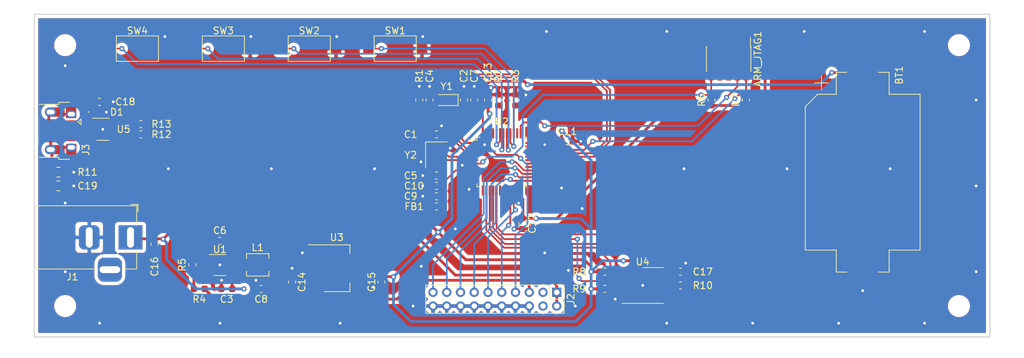
<source format=kicad_pcb>
(kicad_pcb (version 20171130) (host pcbnew "(5.1.6-0-10_14)")
  (layers (0 F.Cu signal) (31 B.Cu signal) (34 B.Paste user) (35 F.Paste user) (36 B.SilkS user) (37 F.SilkS user) (38 B.Mask user) (39 F.Mask user) (44 Edge.Cuts user))
  (net 0 "")
  (net 1 /NRST)
  (net 2 "Net-(ARM_JTAG1-Pad9)")
  (net 3 "Net-(ARM_JTAG1-Pad8)")
  (net 4 "Net-(ARM_JTAG1-Pad7)")
  (net 5 "Net-(ARM_JTAG1-Pad6)")
  (net 6 /SWCLK)
  (net 7 /SWDIO)
  (net 8 +3V3)
  (net 9 +BATT)
  (net 10 "Net-(C1-Pad1)")
  (net 11 "Net-(C2-Pad2)")
  (net 12 +12V)
  (net 13 "Net-(C4-Pad2)")
  (net 14 "Net-(C5-Pad1)")
  (net 15 "Net-(C6-Pad2)")
  (net 16 "Net-(C6-Pad1)")
  (net 17 +5V)
  (net 18 "Net-(C10-Pad1)")
  (net 19 VBUS)
  (net 20 "Net-(C19-Pad1)")
  (net 21 /D3)
  (net 22 /D2)
  (net 23 /D1)
  (net 24 /D0)
  (net 25 /VCLK)
  (net 26 /HSYNC)
  (net 27 /VSYNC)
  (net 28 "Net-(J2-Pad4)")
  (net 29 "Net-(J2-Pad3)")
  (net 30 "Net-(J3-Pad4)")
  (net 31 /USB_DP)
  (net 32 /USB_DM)
  (net 33 "Net-(R2-Pad2)")
  (net 34 "Net-(R3-Pad2)")
  (net 35 "Net-(R4-Pad1)")
  (net 36 /SPI_CS_N)
  (net 37 "Net-(R9-Pad2)")
  (net 38 "Net-(R10-Pad2)")
  (net 39 /KEY1)
  (net 40 /KEY2)
  (net 41 /KEY3)
  (net 42 /KEY4)
  (net 43 "Net-(U2-Pad45)")
  (net 44 "Net-(U2-Pad38)")
  (net 45 "Net-(U2-Pad31)")
  (net 46 "Net-(U2-Pad30)")
  (net 47 "Net-(U2-Pad29)")
  (net 48 "Net-(U2-Pad20)")
  (net 49 "Net-(U2-Pad19)")
  (net 50 "Net-(U2-Pad18)")
  (net 51 /SPI_MOSI)
  (net 52 /SPI_MISO)
  (net 53 /SPI_CCLK)
  (net 54 "Net-(U2-Pad13)")
  (net 55 "Net-(U2-Pad12)")
  (net 56 "Net-(U2-Pad11)")
  (net 57 "Net-(U2-Pad10)")
  (net 58 "Net-(U2-Pad2)")
  (net 59 "Net-(U5-Pad5)")
  (net 60 "Net-(J1-Pad3)")
  (net 61 GND)
  (net 62 "Net-(J3-Pad3)")
  (net 63 "Net-(J3-Pad2)")
  (module Capacitor_SMD:C_0805_2012Metric (layer F.Cu) (at 79 102.5)
    (fp_text reference C19 (at 4.25 0) (layer F.SilkS))
    (fp_text value 100nF)
    (pad 2 smd roundrect (at 0.9375 0) (size 0.975 1.4) (layers F.Cu F.Paste F.Mask) (net 61 GND))
    (pad 1 smd roundrect (at -0.9375 0) (size 0.975 1.4) (layers F.Cu F.Paste F.Mask) (net 20 "Net-(C19-Pad1)"))
  )
  (module Capacitor_SMD:C_0603_1608Metric (layer F.Cu) (at 91 93.5 180)
    (fp_text reference R13 (at -3 0) (layer F.SilkS))
    (fp_text value 22)
    (pad 2 smd roundrect (at 0.7875 0 180) (size 0.875 0.95) (layers F.Cu F.Paste F.Mask) (net 63 "Net-(J3-Pad2)"))
    (pad 1 smd roundrect (at -0.7875 0 180) (size 0.875 0.95) (layers F.Cu F.Paste F.Mask) (net 32 /USB_DM))
  )
  (module Capacitor_SMD:C_0603_1608Metric (layer F.Cu) (at 91 95 180)
    (fp_text reference R12 (at -3 0) (layer F.SilkS))
    (fp_text value 22)
    (pad 2 smd roundrect (at 0.7875 0 180) (size 0.875 0.95) (layers F.Cu F.Paste F.Mask) (net 62 "Net-(J3-Pad3)"))
    (pad 1 smd roundrect (at -0.7875 0 180) (size 0.875 0.95) (layers F.Cu F.Paste F.Mask) (net 31 /USB_DP))
  )
  (module MountingHole:MountingHole_2.2mm_M2 (layer F.Cu) (at 80 82)
    (fp_text reference REF** hide)
    (fp_text value MountingHole_2.2mm_M2)
    (pad 1 np_thru_hole circle (at 0 0) (size 2.2 2.2) (drill 2.2) (layers *.Cu *.Mask))
  )
  (module MountingHole:MountingHole_2.2mm_M2 (layer F.Cu) (at 210 82)
    (fp_text reference REF** hide)
    (fp_text value MountingHole_2.2mm_M2)
    (pad 1 np_thru_hole circle (at 0 0) (size 2.2 2.2) (drill 2.2) (layers *.Cu *.Mask))
  )
  (module MountingHole:MountingHole_2.2mm_M2 (layer F.Cu) (at 210 120)
    (fp_text reference REF** hide)
    (fp_text value MountingHole_2.2mm_M2)
    (pad 1 np_thru_hole circle (at 0 0) (size 2.2 2.2) (drill 2.2) (layers *.Cu *.Mask))
  )
  (module MountingHole:MountingHole_2.2mm_M2 (layer F.Cu) (at 80 120)
    (fp_text reference REF** hide)
    (fp_text value MountingHole_2.2mm_M2)
    (pad 1 np_thru_hole circle (at 0 0) (size 2.2 2.2) (drill 2.2) (layers *.Cu *.Mask))
  )
  (module Connector_BarrelJack:BarrelJack_Horizontal (layer F.Cu) (at 89.5 110)
    (fp_text reference J1 (at -8.45 5.75) (layer F.SilkS))
    (fp_text value Barrel_Jack_Switch)
    (pad 3 thru_hole roundrect (at -3 4.7) (size 3.5 3.5) (drill oval 3 1) (layers *.Cu *.Mask) (net 60 "Net-(J1-Pad3)"))
    (pad 2 thru_hole roundrect (at -6 0) (size 3 3.5) (drill oval 1 3) (layers *.Cu *.Mask) (net 61 GND))
    (pad 1 thru_hole rect (at 0 0) (size 3.5 3.5) (drill oval 1 3) (layers *.Cu *.Mask) (net 12 +12V))
  )
  (module Oscillator:Oscillator_SMD_Abracon_ASE-4Pin_3.2x2.5mm (layer F.Cu) (at 134 98 270)
    (fp_text reference Y2 (at 0 3.75 180) (layer F.SilkS))
    (fp_text value 16MHz)
    (pad 4 smd rect (at -1.05 -0.825 270) (size 1.3 1.1) (layers F.Cu F.Paste F.Mask) (net 61 GND))
    (pad 3 smd rect (at 1.05 -0.825 270) (size 1.3 1.1) (layers F.Cu F.Paste F.Mask) (net 14 "Net-(C5-Pad1)"))
    (pad 2 smd rect (at 1.05 0.825 270) (size 1.3 1.1) (layers F.Cu F.Paste F.Mask) (net 61 GND))
    (pad 1 smd rect (at -1.05 0.825 270) (size 1.3 1.1) (layers F.Cu F.Paste F.Mask) (net 10 "Net-(C1-Pad1)"))
  )
  (module Crystal:Crystal_SMD_TXC_9HT11-2Pin_2.0x1.2mm_HandSoldering (layer F.Cu) (at 135.5 90 180)
    (fp_text reference Y1 (at 0 2) (layer F.SilkS))
    (fp_text value Crystal)
    (pad 2 smd rect (at 0.925 0 180) (size 1.05 1.1) (layers F.Cu F.Paste F.Mask) (net 13 "Net-(C4-Pad2)"))
    (pad 1 smd rect (at -0.925 0 180) (size 1.05 1.1) (layers F.Cu F.Paste F.Mask) (net 11 "Net-(C2-Pad2)"))
  )
  (module Package_TO_SOT_SMD:SOT-23-6 (layer F.Cu) (at 85.5 94.25)
    (fp_text reference U5 (at 3 0) (layer F.SilkS))
    (fp_text value USBLC6-2SC6)
    (pad 5 smd rect (at 1.1 0) (size 1.06 0.65) (layers F.Cu F.Paste F.Mask) (net 59 "Net-(U5-Pad5)"))
    (pad 6 smd rect (at 1.1 -0.95) (size 1.06 0.65) (layers F.Cu F.Paste F.Mask) (net 63 "Net-(J3-Pad2)"))
    (pad 4 smd rect (at 1.1 0.95) (size 1.06 0.65) (layers F.Cu F.Paste F.Mask) (net 62 "Net-(J3-Pad3)"))
    (pad 3 smd rect (at -1.1 0.95) (size 1.06 0.65) (layers F.Cu F.Paste F.Mask) (net 62 "Net-(J3-Pad3)"))
    (pad 2 smd rect (at -1.1 0) (size 1.06 0.65) (layers F.Cu F.Paste F.Mask) (net 61 GND))
    (pad 1 smd rect (at -1.1 -0.95) (size 1.06 0.65) (layers F.Cu F.Paste F.Mask) (net 63 "Net-(J3-Pad2)"))
  )
  (module Package_SON:WSON-8-1EP_6x5mm_P1.27mm_EP3.4x4.3mm (layer F.Cu) (at 164 117)
    (fp_text reference U4 (at 0 -3.45) (layer F.SilkS))
    (fp_text value W25Q32JVZP)
    (pad 9 smd rect (at 0 0) (size 3.4 4.3) (layers F.Cu F.Mask) (net 61 GND))
    (pad 8 smd roundrect (at 2.7 -1.905) (size 0.75 0.5) (layers F.Cu F.Paste F.Mask) (net 8 +3V3))
    (pad 7 smd roundrect (at 2.7 -0.635) (size 0.75 0.5) (layers F.Cu F.Paste F.Mask) (net 38 "Net-(R10-Pad2)"))
    (pad 6 smd roundrect (at 2.7 0.635) (size 0.75 0.5) (layers F.Cu F.Paste F.Mask) (net 53 /SPI_CCLK))
    (pad 5 smd roundrect (at 2.7 1.905) (size 0.75 0.5) (layers F.Cu F.Paste F.Mask) (net 51 /SPI_MOSI))
    (pad 4 smd roundrect (at -2.7 1.905) (size 0.75 0.5) (layers F.Cu F.Paste F.Mask) (net 61 GND))
    (pad 3 smd roundrect (at -2.7 0.635) (size 0.75 0.5) (layers F.Cu F.Paste F.Mask) (net 37 "Net-(R9-Pad2)"))
    (pad 2 smd roundrect (at -2.7 -0.635) (size 0.75 0.5) (layers F.Cu F.Paste F.Mask) (net 52 /SPI_MISO))
    (pad 1 smd roundrect (at -2.7 -1.905) (size 0.75 0.5) (layers F.Cu F.Paste F.Mask) (net 36 /SPI_CS_N))
  )
  (module Package_TO_SOT_SMD:SOT-223-3_TabPin2 (layer F.Cu) (at 119.5 114.5)
    (fp_text reference U3 (at 0 -4.5) (layer F.SilkS))
    (fp_text value LM1117-3.3)
    (pad 1 smd rect (at -3.15 -2.3) (size 2 1.5) (layers F.Cu F.Paste F.Mask) (net 61 GND))
    (pad 3 smd rect (at -3.15 2.3) (size 2 1.5) (layers F.Cu F.Paste F.Mask) (net 17 +5V))
    (pad 2 smd rect (at -3.15 0) (size 2 1.5) (layers F.Cu F.Paste F.Mask) (net 8 +3V3))
    (pad 2 smd rect (at 3.15 0) (size 2 3.8) (layers F.Cu F.Paste F.Mask) (net 8 +3V3))
  )
  (module Package_QFP:LQFP-48_7x7mm_P0.5mm (layer F.Cu) (at 143.5 99)
    (fp_text reference U2 (at 0 -5.85) (layer F.SilkS))
    (fp_text value STM32F103CBTx)
    (pad 48 smd roundrect (at -2.75 -4.1625) (size 0.3 1.475) (layers F.Cu F.Paste F.Mask) (net 8 +3V3))
    (pad 47 smd roundrect (at -2.25 -4.1625) (size 0.3 1.475) (layers F.Cu F.Paste F.Mask) (net 61 GND))
    (pad 46 smd roundrect (at -1.75 -4.1625) (size 0.3 1.475) (layers F.Cu F.Paste F.Mask) (net 27 /VSYNC))
    (pad 45 smd roundrect (at -1.25 -4.1625) (size 0.3 1.475) (layers F.Cu F.Paste F.Mask) (net 43 "Net-(U2-Pad45)"))
    (pad 44 smd roundrect (at -0.75 -4.1625) (size 0.3 1.475) (layers F.Cu F.Paste F.Mask) (net 33 "Net-(R2-Pad2)"))
    (pad 43 smd roundrect (at -0.25 -4.1625) (size 0.3 1.475) (layers F.Cu F.Paste F.Mask) (net 42 /KEY4))
    (pad 42 smd roundrect (at 0.25 -4.1625) (size 0.3 1.475) (layers F.Cu F.Paste F.Mask) (net 41 /KEY3))
    (pad 41 smd roundrect (at 0.75 -4.1625) (size 0.3 1.475) (layers F.Cu F.Paste F.Mask) (net 40 /KEY2))
    (pad 40 smd roundrect (at 1.25 -4.1625) (size 0.3 1.475) (layers F.Cu F.Paste F.Mask) (net 39 /KEY1))
    (pad 39 smd roundrect (at 1.75 -4.1625) (size 0.3 1.475) (layers F.Cu F.Paste F.Mask) (net 34 "Net-(R3-Pad2)"))
    (pad 38 smd roundrect (at 2.25 -4.1625) (size 0.3 1.475) (layers F.Cu F.Paste F.Mask) (net 44 "Net-(U2-Pad38)"))
    (pad 37 smd roundrect (at 2.75 -4.1625) (size 0.3 1.475) (layers F.Cu F.Paste F.Mask) (net 6 /SWCLK))
    (pad 36 smd roundrect (at 4.1625 -2.75) (size 1.475 0.3) (layers F.Cu F.Paste F.Mask) (net 8 +3V3))
    (pad 35 smd roundrect (at 4.1625 -2.25) (size 1.475 0.3) (layers F.Cu F.Paste F.Mask) (net 61 GND))
    (pad 34 smd roundrect (at 4.1625 -1.75) (size 1.475 0.3) (layers F.Cu F.Paste F.Mask) (net 7 /SWDIO))
    (pad 33 smd roundrect (at 4.1625 -1.25) (size 1.475 0.3) (layers F.Cu F.Paste F.Mask) (net 31 /USB_DP))
    (pad 32 smd roundrect (at 4.1625 -0.75) (size 1.475 0.3) (layers F.Cu F.Paste F.Mask) (net 32 /USB_DM))
    (pad 31 smd roundrect (at 4.1625 -0.25) (size 1.475 0.3) (layers F.Cu F.Paste F.Mask) (net 45 "Net-(U2-Pad31)"))
    (pad 30 smd roundrect (at 4.1625 0.25) (size 1.475 0.3) (layers F.Cu F.Paste F.Mask) (net 46 "Net-(U2-Pad30)"))
    (pad 29 smd roundrect (at 4.1625 0.75) (size 1.475 0.3) (layers F.Cu F.Paste F.Mask) (net 47 "Net-(U2-Pad29)"))
    (pad 28 smd roundrect (at 4.1625 1.25) (size 1.475 0.3) (layers F.Cu F.Paste F.Mask) (net 21 /D3))
    (pad 27 smd roundrect (at 4.1625 1.75) (size 1.475 0.3) (layers F.Cu F.Paste F.Mask) (net 22 /D2))
    (pad 26 smd roundrect (at 4.1625 2.25) (size 1.475 0.3) (layers F.Cu F.Paste F.Mask) (net 23 /D1))
    (pad 25 smd roundrect (at 4.1625 2.75) (size 1.475 0.3) (layers F.Cu F.Paste F.Mask) (net 24 /D0))
    (pad 24 smd roundrect (at 2.75 4.1625) (size 0.3 1.475) (layers F.Cu F.Paste F.Mask) (net 8 +3V3))
    (pad 23 smd roundrect (at 2.25 4.1625) (size 0.3 1.475) (layers F.Cu F.Paste F.Mask) (net 61 GND))
    (pad 22 smd roundrect (at 1.75 4.1625) (size 0.3 1.475) (layers F.Cu F.Paste F.Mask) (net 25 /VCLK))
    (pad 21 smd roundrect (at 1.25 4.1625) (size 0.3 1.475) (layers F.Cu F.Paste F.Mask) (net 26 /HSYNC))
    (pad 20 smd roundrect (at 0.75 4.1625) (size 0.3 1.475) (layers F.Cu F.Paste F.Mask) (net 48 "Net-(U2-Pad20)"))
    (pad 19 smd roundrect (at 0.25 4.1625) (size 0.3 1.475) (layers F.Cu F.Paste F.Mask) (net 49 "Net-(U2-Pad19)"))
    (pad 18 smd roundrect (at -0.25 4.1625) (size 0.3 1.475) (layers F.Cu F.Paste F.Mask) (net 50 "Net-(U2-Pad18)"))
    (pad 17 smd roundrect (at -0.75 4.1625) (size 0.3 1.475) (layers F.Cu F.Paste F.Mask) (net 51 /SPI_MOSI))
    (pad 16 smd roundrect (at -1.25 4.1625) (size 0.3 1.475) (layers F.Cu F.Paste F.Mask) (net 52 /SPI_MISO))
    (pad 15 smd roundrect (at -1.75 4.1625) (size 0.3 1.475) (layers F.Cu F.Paste F.Mask) (net 53 /SPI_CCLK))
    (pad 14 smd roundrect (at -2.25 4.1625) (size 0.3 1.475) (layers F.Cu F.Paste F.Mask) (net 36 /SPI_CS_N))
    (pad 13 smd roundrect (at -2.75 4.1625) (size 0.3 1.475) (layers F.Cu F.Paste F.Mask) (net 54 "Net-(U2-Pad13)"))
    (pad 12 smd roundrect (at -4.1625 2.75) (size 1.475 0.3) (layers F.Cu F.Paste F.Mask) (net 55 "Net-(U2-Pad12)"))
    (pad 11 smd roundrect (at -4.1625 2.25) (size 1.475 0.3) (layers F.Cu F.Paste F.Mask) (net 56 "Net-(U2-Pad11)"))
    (pad 10 smd roundrect (at -4.1625 1.75) (size 1.475 0.3) (layers F.Cu F.Paste F.Mask) (net 57 "Net-(U2-Pad10)"))
    (pad 9 smd roundrect (at -4.1625 1.25) (size 1.475 0.3) (layers F.Cu F.Paste F.Mask) (net 18 "Net-(C10-Pad1)"))
    (pad 8 smd roundrect (at -4.1625 0.75) (size 1.475 0.3) (layers F.Cu F.Paste F.Mask) (net 61 GND))
    (pad 7 smd roundrect (at -4.1625 0.25) (size 1.475 0.3) (layers F.Cu F.Paste F.Mask) (net 1 /NRST))
    (pad 6 smd roundrect (at -4.1625 -0.25) (size 1.475 0.3) (layers F.Cu F.Paste F.Mask) (net 14 "Net-(C5-Pad1)"))
    (pad 5 smd roundrect (at -4.1625 -0.75) (size 1.475 0.3) (layers F.Cu F.Paste F.Mask) (net 10 "Net-(C1-Pad1)"))
    (pad 4 smd roundrect (at -4.1625 -1.25) (size 1.475 0.3) (layers F.Cu F.Paste F.Mask) (net 13 "Net-(C4-Pad2)"))
    (pad 3 smd roundrect (at -4.1625 -1.75) (size 1.475 0.3) (layers F.Cu F.Paste F.Mask) (net 11 "Net-(C2-Pad2)"))
    (pad 2 smd roundrect (at -4.1625 -2.25) (size 1.475 0.3) (layers F.Cu F.Paste F.Mask) (net 58 "Net-(U2-Pad2)"))
    (pad 1 smd roundrect (at -4.1625 -2.75) (size 1.475 0.3) (layers F.Cu F.Paste F.Mask) (net 9 +BATT))
  )
  (module Package_TO_SOT_SMD:TSOT-23-6 (layer F.Cu) (at 102.5 114)
    (fp_text reference U1 (at 0 -2.25) (layer F.SilkS))
    (fp_text value SY8120)
    (pad 6 smd rect (at 1.31 -0.95) (size 1.22 0.65) (layers F.Cu F.Paste F.Mask) (net 16 "Net-(C6-Pad1)"))
    (pad 5 smd rect (at 1.31 0) (size 1.22 0.65) (layers F.Cu F.Paste F.Mask) (net 12 +12V))
    (pad 4 smd rect (at 1.31 0.95) (size 1.22 0.65) (layers F.Cu F.Paste F.Mask) (net 12 +12V))
    (pad 3 smd rect (at -1.31 0.95) (size 1.22 0.65) (layers F.Cu F.Paste F.Mask) (net 35 "Net-(R4-Pad1)"))
    (pad 2 smd rect (at -1.31 0) (size 1.22 0.65) (layers F.Cu F.Paste F.Mask) (net 61 GND))
    (pad 1 smd rect (at -1.31 -0.95) (size 1.22 0.65) (layers F.Cu F.Paste F.Mask) (net 15 "Net-(C6-Pad2)"))
  )
  (module Button_Switch_SMD:SW_SPST_CK_RS282G05A3 (layer F.Cu) (at 90.5 82.5)
    (fp_text reference SW4 (at 0 -2.6) (layer F.SilkS))
    (fp_text value SW_Push)
    (pad 2 smd rect (at 3.9 0) (size 1.5 1.5) (layers F.Cu F.Paste F.Mask) (net 61 GND))
    (pad 1 smd rect (at -3.9 0) (size 1.5 1.5) (layers F.Cu F.Paste F.Mask) (net 42 /KEY4))
  )
  (module Button_Switch_SMD:SW_SPST_CK_RS282G05A3 (layer F.Cu) (at 103 82.5)
    (fp_text reference SW3 (at 0 -2.6) (layer F.SilkS))
    (fp_text value SW_Push)
    (pad 2 smd rect (at 3.9 0) (size 1.5 1.5) (layers F.Cu F.Paste F.Mask) (net 61 GND))
    (pad 1 smd rect (at -3.9 0) (size 1.5 1.5) (layers F.Cu F.Paste F.Mask) (net 41 /KEY3))
  )
  (module Button_Switch_SMD:SW_SPST_CK_RS282G05A3 (layer F.Cu) (at 115.5 82.5)
    (fp_text reference SW2 (at 0 -2.6) (layer F.SilkS))
    (fp_text value SW_Push)
    (pad 2 smd rect (at 3.9 0) (size 1.5 1.5) (layers F.Cu F.Paste F.Mask) (net 61 GND))
    (pad 1 smd rect (at -3.9 0) (size 1.5 1.5) (layers F.Cu F.Paste F.Mask) (net 40 /KEY2))
  )
  (module Button_Switch_SMD:SW_SPST_CK_RS282G05A3 (layer F.Cu) (at 128 82.5)
    (fp_text reference SW1 (at 0 -2.6) (layer F.SilkS))
    (fp_text value SW_Push)
    (pad 2 smd rect (at 3.9 0) (size 1.5 1.5) (layers F.Cu F.Paste F.Mask) (net 61 GND))
    (pad 1 smd rect (at -3.9 0) (size 1.5 1.5) (layers F.Cu F.Paste F.Mask) (net 39 /KEY1))
  )
  (module Resistor_SMD:R_0805_2012Metric (layer F.Cu) (at 79 100.5)
    (fp_text reference R11 (at 4.25 0) (layer F.SilkS))
    (fp_text value 0)
    (pad 2 smd roundrect (at 0.9375 0) (size 0.975 1.4) (layers F.Cu F.Paste F.Mask) (net 61 GND))
    (pad 1 smd roundrect (at -0.9375 0) (size 0.975 1.4) (layers F.Cu F.Paste F.Mask) (net 20 "Net-(C19-Pad1)"))
  )
  (module Capacitor_SMD:C_0603_1608Metric (layer F.Cu) (at 169.5 117 180)
    (fp_text reference R10 (at -3.25 0) (layer F.SilkS))
    (fp_text value 100K)
    (pad 2 smd roundrect (at 0.7875 0 180) (size 0.875 0.95) (layers F.Cu F.Paste F.Mask) (net 38 "Net-(R10-Pad2)"))
    (pad 1 smd roundrect (at -0.7875 0 180) (size 0.875 0.95) (layers F.Cu F.Paste F.Mask) (net 8 +3V3))
  )
  (module Capacitor_SMD:C_0603_1608Metric (layer F.Cu) (at 158.5 117.5)
    (fp_text reference R9 (at -3.75 0) (layer F.SilkS))
    (fp_text value 100K)
    (pad 2 smd roundrect (at 0.7875 0) (size 0.875 0.95) (layers F.Cu F.Paste F.Mask) (net 37 "Net-(R9-Pad2)"))
    (pad 1 smd roundrect (at -0.7875 0) (size 0.875 0.95) (layers F.Cu F.Paste F.Mask) (net 8 +3V3))
  )
  (module Capacitor_SMD:C_0603_1608Metric (layer F.Cu) (at 158.5 115)
    (fp_text reference R8 (at -3.75 0) (layer F.SilkS))
    (fp_text value 100K)
    (pad 2 smd roundrect (at 0.7875 0) (size 0.875 0.95) (layers F.Cu F.Paste F.Mask) (net 36 /SPI_CS_N))
    (pad 1 smd roundrect (at -0.7875 0) (size 0.875 0.95) (layers F.Cu F.Paste F.Mask) (net 8 +3V3))
  )
  (module Capacitor_SMD:C_0603_1608Metric (layer F.Cu) (at 179 90 90)
    (fp_text reference R7 (at 0 -1.43 90) (layer F.SilkS))
    (fp_text value 10K)
    (pad 2 smd roundrect (at 0.7875 0 90) (size 0.875 0.95) (layers F.Cu F.Paste F.Mask) (net 7 /SWDIO))
    (pad 1 smd roundrect (at -0.7875 0 90) (size 0.875 0.95) (layers F.Cu F.Paste F.Mask) (net 8 +3V3))
  )
  (module Capacitor_SMD:C_0603_1608Metric (layer F.Cu) (at 174 90 90)
    (fp_text reference R6 (at 0 -1.43 90) (layer F.SilkS))
    (fp_text value 10K)
    (pad 2 smd roundrect (at 0.7875 0 90) (size 0.875 0.95) (layers F.Cu F.Paste F.Mask) (net 1 /NRST))
    (pad 1 smd roundrect (at -0.7875 0 90) (size 0.875 0.95) (layers F.Cu F.Paste F.Mask) (net 8 +3V3))
  )
  (module Resistor_SMD:R_0603_1608Metric (layer F.Cu) (at 98.5 114 270)
    (fp_text reference R5 (at 0 1.5 90) (layer F.SilkS))
    (fp_text value 10K)
    (pad 2 smd roundrect (at 0.7875 0 270) (size 0.875 0.95) (layers F.Cu F.Paste F.Mask) (net 35 "Net-(R4-Pad1)"))
    (pad 1 smd roundrect (at -0.7875 0 270) (size 0.875 0.95) (layers F.Cu F.Paste F.Mask) (net 61 GND))
  )
  (module Resistor_SMD:R_0603_1608Metric (layer F.Cu) (at 99.5 117.5)
    (fp_text reference R4 (at 0 1.5) (layer F.SilkS))
    (fp_text value 20K)
    (pad 2 smd roundrect (at 0.7875 0) (size 0.875 0.95) (layers F.Cu F.Paste F.Mask) (net 17 +5V))
    (pad 1 smd roundrect (at -0.7875 0) (size 0.875 0.95) (layers F.Cu F.Paste F.Mask) (net 35 "Net-(R4-Pad1)"))
  )
  (module Capacitor_SMD:C_0603_1608Metric (layer F.Cu) (at 145.5 90 270)
    (fp_text reference R3 (at -3.5 0 90) (layer F.SilkS))
    (fp_text value 10K)
    (pad 2 smd roundrect (at 0.7875 0 270) (size 0.875 0.95) (layers F.Cu F.Paste F.Mask) (net 34 "Net-(R3-Pad2)"))
    (pad 1 smd roundrect (at -0.7875 0 270) (size 0.875 0.95) (layers F.Cu F.Paste F.Mask) (net 61 GND))
  )
  (module Capacitor_SMD:C_0603_1608Metric (layer F.Cu) (at 143 90 270)
    (fp_text reference R2 (at -3.5 0 90) (layer F.SilkS))
    (fp_text value 10K)
    (pad 2 smd roundrect (at 0.7875 0 270) (size 0.875 0.95) (layers F.Cu F.Paste F.Mask) (net 33 "Net-(R2-Pad2)"))
    (pad 1 smd roundrect (at -0.7875 0 270) (size 0.875 0.95) (layers F.Cu F.Paste F.Mask) (net 61 GND))
  )
  (module Capacitor_SMD:C_0603_1608Metric (layer F.Cu) (at 131.5 90 90)
    (fp_text reference R1 (at 3.5 0 90) (layer F.SilkS))
    (fp_text value 2.2M)
    (pad 2 smd roundrect (at 0.7875 0 90) (size 0.875 0.95) (layers F.Cu F.Paste F.Mask) (net 61 GND))
    (pad 1 smd roundrect (at -0.7875 0 90) (size 0.875 0.95) (layers F.Cu F.Paste F.Mask) (net 13 "Net-(C4-Pad2)"))
  )
  (module Inductor_SMD:L_Vishay_IHLP-1212 (layer F.Cu) (at 108 114)
    (fp_text reference L1 (at 0 -2.524) (layer F.SilkS))
    (fp_text value 4.7uH)
    (pad 2 smd rect (at 1.35 0) (size 1.5 1.2) (layers F.Cu F.Paste F.Mask) (net 17 +5V))
    (pad 1 smd rect (at -1.35 0) (size 1.5 1.2) (layers F.Cu F.Paste F.Mask) (net 16 "Net-(C6-Pad1)"))
  )
  (module Connector_USB:USB_Micro-B_Amphenol_10103594-0001LF_Horizontal (layer F.Cu) (at 79 94.5 270)
    (fp_text reference J3 (at 2.75 -4 90) (layer F.SilkS))
    (fp_text value USB_B_Micro)
    (pad 6 smd rect (at 0.935 1.385) (size 2.5 1.43) (layers F.Cu F.Paste F.Mask) (net 20 "Net-(C19-Pad1)"))
    (pad 6 smd rect (at -0.985 1.385) (size 2.5 1.43) (layers F.Cu F.Paste F.Mask) (net 20 "Net-(C19-Pad1)"))
    (pad 6 thru_hole oval (at 2.705 1.115) (size 1.7 1.35) (drill oval 1.2 0.7) (layers *.Cu *.Mask) (net 20 "Net-(C19-Pad1)"))
    (pad 6 thru_hole oval (at -2.755 1.115) (size 1.7 1.35) (drill oval 1.2 0.7) (layers *.Cu *.Mask) (net 20 "Net-(C19-Pad1)"))
    (pad 6 thru_hole oval (at 2.395 -1.885) (size 1.5 1.1) (drill oval 1.05 0.65) (layers *.Cu *.Mask) (net 20 "Net-(C19-Pad1)"))
    (pad 6 thru_hole oval (at -2.445 -1.885) (size 1.5 1.1) (drill oval 1.05 0.65) (layers *.Cu *.Mask) (net 20 "Net-(C19-Pad1)"))
    (pad 5 smd rect (at 1.275 -1.765) (size 1.65 0.4) (layers F.Cu F.Paste F.Mask) (net 20 "Net-(C19-Pad1)"))
    (pad 4 smd rect (at 0.625 -1.765) (size 1.65 0.4) (layers F.Cu F.Paste F.Mask) (net 30 "Net-(J3-Pad4)"))
    (pad 3 smd rect (at -0.025 -1.765) (size 1.65 0.4) (layers F.Cu F.Paste F.Mask) (net 62 "Net-(J3-Pad3)"))
    (pad 2 smd rect (at -0.675 -1.765) (size 1.65 0.4) (layers F.Cu F.Paste F.Mask) (net 63 "Net-(J3-Pad2)"))
    (pad 1 smd rect (at -1.325 -1.765) (size 1.65 0.4) (layers F.Cu F.Paste F.Mask) (net 19 VBUS))
    (pad 6 smd rect (at 2.875 -1.885 270) (size 2 1.5) (layers F.Cu F.Paste F.Mask) (net 20 "Net-(C19-Pad1)"))
    (pad 6 smd rect (at -2.875 -1.865 270) (size 2 1.5) (layers F.Cu F.Paste F.Mask) (net 20 "Net-(C19-Pad1)"))
    (pad 6 smd rect (at 2.975 -0.565 270) (size 1.825 0.7) (layers F.Cu F.Paste F.Mask) (net 20 "Net-(C19-Pad1)"))
    (pad 6 smd rect (at -2.975 -0.565 270) (size 1.825 0.7) (layers F.Cu F.Paste F.Mask) (net 20 "Net-(C19-Pad1)"))
    (pad 6 smd rect (at -2.755 0.185 270) (size 1.35 2) (layers F.Cu F.Paste F.Mask) (net 20 "Net-(C19-Pad1)"))
    (pad 6 smd rect (at 2.725 0.185 270) (size 1.35 2) (layers F.Cu F.Paste F.Mask) (net 20 "Net-(C19-Pad1)"))
  )
  (module Connector_PinHeader_2.00mm:PinHeader_2x10_P2.00mm_Vertical (layer F.Cu) (at 151.5 118 270)
    (fp_text reference J2 (at 1 -2.06 90) (layer F.SilkS))
    (fp_text value Conn_02x10_Odd_Even)
    (pad 20 thru_hole oval (at 2 18 270) (size 1.35 1.35) (drill 0.8) (layers *.Cu *.Mask) (net 61 GND))
    (pad 19 thru_hole oval (at 0 18 270) (size 1.35 1.35) (drill 0.8) (layers *.Cu *.Mask) (net 21 /D3))
    (pad 18 thru_hole oval (at 2 16 270) (size 1.35 1.35) (drill 0.8) (layers *.Cu *.Mask) (net 61 GND))
    (pad 17 thru_hole oval (at 0 16 270) (size 1.35 1.35) (drill 0.8) (layers *.Cu *.Mask) (net 22 /D2))
    (pad 16 thru_hole oval (at 2 14 270) (size 1.35 1.35) (drill 0.8) (layers *.Cu *.Mask) (net 61 GND))
    (pad 15 thru_hole oval (at 0 14 270) (size 1.35 1.35) (drill 0.8) (layers *.Cu *.Mask) (net 23 /D1))
    (pad 14 thru_hole oval (at 2 12 270) (size 1.35 1.35) (drill 0.8) (layers *.Cu *.Mask) (net 61 GND))
    (pad 13 thru_hole oval (at 0 12 270) (size 1.35 1.35) (drill 0.8) (layers *.Cu *.Mask) (net 24 /D0))
    (pad 12 thru_hole oval (at 2 10 270) (size 1.35 1.35) (drill 0.8) (layers *.Cu *.Mask) (net 61 GND))
    (pad 11 thru_hole oval (at 0 10 270) (size 1.35 1.35) (drill 0.8) (layers *.Cu *.Mask) (net 25 /VCLK))
    (pad 10 thru_hole oval (at 2 8 270) (size 1.35 1.35) (drill 0.8) (layers *.Cu *.Mask) (net 61 GND))
    (pad 9 thru_hole oval (at 0 8 270) (size 1.35 1.35) (drill 0.8) (layers *.Cu *.Mask) (net 26 /HSYNC))
    (pad 8 thru_hole oval (at 2 6 270) (size 1.35 1.35) (drill 0.8) (layers *.Cu *.Mask) (net 61 GND))
    (pad 7 thru_hole oval (at 0 6 270) (size 1.35 1.35) (drill 0.8) (layers *.Cu *.Mask) (net 27 /VSYNC))
    (pad 6 thru_hole oval (at 2 4 270) (size 1.35 1.35) (drill 0.8) (layers *.Cu *.Mask) (net 61 GND))
    (pad 5 thru_hole oval (at 0 4 270) (size 1.35 1.35) (drill 0.8) (layers *.Cu *.Mask) (net 17 +5V))
    (pad 4 thru_hole oval (at 2 2 270) (size 1.35 1.35) (drill 0.8) (layers *.Cu *.Mask) (net 28 "Net-(J2-Pad4)"))
    (pad 3 thru_hole oval (at 0 2 270) (size 1.35 1.35) (drill 0.8) (layers *.Cu *.Mask) (net 29 "Net-(J2-Pad3)"))
    (pad 2 thru_hole oval (at 2 0 270) (size 1.35 1.35) (drill 0.8) (layers *.Cu *.Mask) (net 12 +12V))
    (pad 1 thru_hole rect (at 0 0 270) (size 1.35 1.35) (drill 0.8) (layers *.Cu *.Mask) (net 12 +12V))
  )
  (module Inductor_SMD:L_0603_1608Metric (layer F.Cu) (at 134 105.5 180)
    (fp_text reference FB1 (at 3.25 0) (layer F.SilkS))
    (fp_text value 100R)
    (pad 2 smd roundrect (at 0.7875 0 180) (size 0.875 0.95) (layers F.Cu F.Paste F.Mask) (net 8 +3V3))
    (pad 1 smd roundrect (at -0.7875 0 180) (size 0.875 0.95) (layers F.Cu F.Paste F.Mask) (net 18 "Net-(C10-Pad1)"))
  )
  (module Diode_SMD:D_0402_1005Metric (layer F.Cu) (at 84.485 91.75)
    (fp_text reference D1 (at 3.015 0) (layer F.SilkS))
    (fp_text value B72590D0050H160)
    (pad 2 smd roundrect (at 0.485 0) (size 0.59 0.64) (layers F.Cu F.Paste F.Mask) (net 61 GND))
    (pad 1 smd roundrect (at -0.485 0) (size 0.59 0.64) (layers F.Cu F.Paste F.Mask) (net 19 VBUS))
  )
  (module Capacitor_SMD:C_0603_1608Metric (layer F.Cu) (at 85 90.25)
    (fp_text reference C18 (at 3.75 0) (layer F.SilkS))
    (fp_text value 10uF)
    (pad 2 smd roundrect (at 0.7875 0) (size 0.875 0.95) (layers F.Cu F.Paste F.Mask) (net 61 GND))
    (pad 1 smd roundrect (at -0.7875 0) (size 0.875 0.95) (layers F.Cu F.Paste F.Mask) (net 19 VBUS))
  )
  (module Capacitor_SMD:C_0603_1608Metric (layer F.Cu) (at 169.5 115 180)
    (fp_text reference C17 (at -3.25 0) (layer F.SilkS))
    (fp_text value 470nF)
    (pad 2 smd roundrect (at 0.7875 0 180) (size 0.875 0.95) (layers F.Cu F.Paste F.Mask) (net 8 +3V3))
    (pad 1 smd roundrect (at -0.7875 0 180) (size 0.875 0.95) (layers F.Cu F.Paste F.Mask) (net 61 GND))
  )
  (module Capacitor_SMD:C_0603_1608Metric (layer F.Cu) (at 93 111 90)
    (fp_text reference C16 (at -3.25 0 90) (layer F.SilkS))
    (fp_text value 10uF)
    (pad 2 smd roundrect (at 0.7875 0 90) (size 0.875 0.95) (layers F.Cu F.Paste F.Mask) (net 12 +12V))
    (pad 1 smd roundrect (at -0.7875 0 90) (size 0.875 0.95) (layers F.Cu F.Paste F.Mask) (net 61 GND))
  )
  (module Capacitor_SMD:C_0603_1608Metric (layer F.Cu) (at 126 116.5 90)
    (fp_text reference C15 (at 0 -1.43 90) (layer F.SilkS))
    (fp_text value 10uF)
    (pad 2 smd roundrect (at 0.7875 0 90) (size 0.875 0.95) (layers F.Cu F.Paste F.Mask) (net 8 +3V3))
    (pad 1 smd roundrect (at -0.7875 0 90) (size 0.875 0.95) (layers F.Cu F.Paste F.Mask) (net 61 GND))
  )
  (module Capacitor_SMD:C_0603_1608Metric (layer F.Cu) (at 113 116.5 270)
    (fp_text reference C14 (at 0 -1.43 90) (layer F.SilkS))
    (fp_text value 470nF)
    (pad 2 smd roundrect (at 0.7875 0 270) (size 0.875 0.95) (layers F.Cu F.Paste F.Mask) (net 17 +5V))
    (pad 1 smd roundrect (at -0.7875 0 270) (size 0.875 0.95) (layers F.Cu F.Paste F.Mask) (net 61 GND))
  )
  (module Capacitor_SMD:C_0603_1608Metric (layer F.Cu) (at 141.5 90 90)
    (fp_text reference C13 (at 4 0 90) (layer F.SilkS))
    (fp_text value 4.7uF)
    (pad 2 smd roundrect (at 0.7875 0 90) (size 0.875 0.95) (layers F.Cu F.Paste F.Mask) (net 61 GND))
    (pad 1 smd roundrect (at -0.7875 0 90) (size 0.875 0.95) (layers F.Cu F.Paste F.Mask) (net 8 +3V3))
  )
  (module Capacitor_SMD:C_0603_1608Metric (layer F.Cu) (at 146.5 108 270)
    (fp_text reference C12 (at 0 -1.43 90) (layer F.SilkS))
    (fp_text value 470nF)
    (pad 2 smd roundrect (at 0.7875 0 270) (size 0.875 0.95) (layers F.Cu F.Paste F.Mask) (net 61 GND))
    (pad 1 smd roundrect (at -0.7875 0 270) (size 0.875 0.95) (layers F.Cu F.Paste F.Mask) (net 8 +3V3))
  )
  (module Capacitor_SMD:C_0603_1608Metric (layer F.Cu) (at 153 96)
    (fp_text reference C11 (at 0 -1.43) (layer F.SilkS))
    (fp_text value 470nF)
    (pad 2 smd roundrect (at 0.7875 0) (size 0.875 0.95) (layers F.Cu F.Paste F.Mask) (net 61 GND))
    (pad 1 smd roundrect (at -0.7875 0) (size 0.875 0.95) (layers F.Cu F.Paste F.Mask) (net 8 +3V3))
  )
  (module Capacitor_SMD:C_0603_1608Metric (layer F.Cu) (at 134 102.5 180)
    (fp_text reference C10 (at 3.25 0) (layer F.SilkS))
    (fp_text value 4.7uF)
    (pad 2 smd roundrect (at 0.7875 0 180) (size 0.875 0.95) (layers F.Cu F.Paste F.Mask) (net 61 GND))
    (pad 1 smd roundrect (at -0.7875 0 180) (size 0.875 0.95) (layers F.Cu F.Paste F.Mask) (net 18 "Net-(C10-Pad1)"))
  )
  (module Capacitor_SMD:C_0603_1608Metric (layer F.Cu) (at 134 104 180)
    (fp_text reference C9 (at 3.75 0) (layer F.SilkS))
    (fp_text value 470nF)
    (pad 2 smd roundrect (at 0.7875 0 180) (size 0.875 0.95) (layers F.Cu F.Paste F.Mask) (net 61 GND))
    (pad 1 smd roundrect (at -0.7875 0 180) (size 0.875 0.95) (layers F.Cu F.Paste F.Mask) (net 18 "Net-(C10-Pad1)"))
  )
  (module Capacitor_SMD:C_0603_1608Metric (layer F.Cu) (at 108.5 117.5)
    (fp_text reference C8 (at 0 1.5) (layer F.SilkS))
    (fp_text value 10uF)
    (pad 2 smd roundrect (at 0.7875 0) (size 0.875 0.95) (layers F.Cu F.Paste F.Mask) (net 17 +5V))
    (pad 1 smd roundrect (at -0.7875 0) (size 0.875 0.95) (layers F.Cu F.Paste F.Mask) (net 61 GND))
  )
  (module Capacitor_SMD:C_0603_1608Metric (layer F.Cu) (at 139.5 90 90)
    (fp_text reference C7 (at 3.5 0 90) (layer F.SilkS))
    (fp_text value 470nF)
    (pad 2 smd roundrect (at 0.7875 0 90) (size 0.875 0.95) (layers F.Cu F.Paste F.Mask) (net 61 GND))
    (pad 1 smd roundrect (at -0.7875 0 90) (size 0.875 0.95) (layers F.Cu F.Paste F.Mask) (net 9 +BATT))
  )
  (module Capacitor_SMD:C_0603_1608Metric (layer F.Cu) (at 102.5 110.5 180)
    (fp_text reference C6 (at 0 1.5) (layer F.SilkS))
    (fp_text value 100nF)
    (pad 2 smd roundrect (at 0.7875 0 180) (size 0.875 0.95) (layers F.Cu F.Paste F.Mask) (net 15 "Net-(C6-Pad2)"))
    (pad 1 smd roundrect (at -0.7875 0 180) (size 0.875 0.95) (layers F.Cu F.Paste F.Mask) (net 16 "Net-(C6-Pad1)"))
  )
  (module Capacitor_SMD:C_0603_1608Metric (layer F.Cu) (at 134 101 180)
    (fp_text reference C5 (at 3.75 0) (layer F.SilkS))
    (fp_text value 18pF)
    (pad 2 smd roundrect (at 0.7875 0 180) (size 0.875 0.95) (layers F.Cu F.Paste F.Mask) (net 61 GND))
    (pad 1 smd roundrect (at -0.7875 0 180) (size 0.875 0.95) (layers F.Cu F.Paste F.Mask) (net 14 "Net-(C5-Pad1)"))
  )
  (module Capacitor_SMD:C_0603_1608Metric (layer F.Cu) (at 133 90 270)
    (fp_text reference C4 (at -3.5 0 90) (layer F.SilkS))
    (fp_text value 18pF)
    (pad 2 smd roundrect (at 0.7875 0 270) (size 0.875 0.95) (layers F.Cu F.Paste F.Mask) (net 13 "Net-(C4-Pad2)"))
    (pad 1 smd roundrect (at -0.7875 0 270) (size 0.875 0.95) (layers F.Cu F.Paste F.Mask) (net 61 GND))
  )
  (module Capacitor_SMD:C_0603_1608Metric (layer F.Cu) (at 103.5 117.5)
    (fp_text reference C3 (at 0 1.5) (layer F.SilkS))
    (fp_text value 470nF)
    (pad 2 smd roundrect (at 0.7875 0) (size 0.875 0.95) (layers F.Cu F.Paste F.Mask) (net 12 +12V))
    (pad 1 smd roundrect (at -0.7875 0) (size 0.875 0.95) (layers F.Cu F.Paste F.Mask) (net 61 GND))
  )
  (module Capacitor_SMD:C_0603_1608Metric (layer F.Cu) (at 138 90 270)
    (fp_text reference C2 (at -3.5 0 90) (layer F.SilkS))
    (fp_text value 18pF)
    (pad 2 smd roundrect (at 0.7875 0 270) (size 0.875 0.95) (layers F.Cu F.Paste F.Mask) (net 11 "Net-(C2-Pad2)"))
    (pad 1 smd roundrect (at -0.7875 0 270) (size 0.875 0.95) (layers F.Cu F.Paste F.Mask) (net 61 GND))
  )
  (module Capacitor_SMD:C_0603_1608Metric (layer F.Cu) (at 134 95)
    (fp_text reference C1 (at -3.75 0) (layer F.SilkS))
    (fp_text value 18pF)
    (pad 2 smd roundrect (at 0.7875 0) (size 0.875 0.95) (layers F.Cu F.Paste F.Mask) (net 61 GND))
    (pad 1 smd roundrect (at -0.7875 0) (size 0.875 0.95) (layers F.Cu F.Paste F.Mask) (net 10 "Net-(C1-Pad1)"))
  )
  (module Battery:BatteryHolder_Keystone_1060_1x2032 (layer F.Cu) (at 196 100.5 270)
    (fp_text reference BT1 (at -14.125 -5.3 90) (layer F.SilkS))
    (fp_text value CR2032)
    (pad 1 smd rect (at -14.65 0 90) (size 2.6 3.6) (layers F.Cu F.Paste F.Mask) (net 9 +BATT))
    (pad 2 smd rect (at 14.65 0 90) (size 2.6 3.6) (layers F.Cu F.Paste F.Mask) (net 61 GND))
  )
  (module Connector_PinHeader_1.27mm:PinHeader_2x05_P1.27mm_Vertical_SMD (layer F.Cu) (at 176.5 84 270)
    (fp_text reference ARM_JTAG1 (at 0 -4.235 90) (layer F.SilkS))
    (fp_text value Conn_02x05_Odd_Even)
    (pad 10 smd rect (at 1.95 2.54 270) (size 2.4 0.74) (layers F.Cu F.Paste F.Mask) (net 1 /NRST))
    (pad 9 smd rect (at -1.95 2.54 270) (size 2.4 0.74) (layers F.Cu F.Paste F.Mask) (net 2 "Net-(ARM_JTAG1-Pad9)"))
    (pad 8 smd rect (at 1.95 1.27 270) (size 2.4 0.74) (layers F.Cu F.Paste F.Mask) (net 3 "Net-(ARM_JTAG1-Pad8)"))
    (pad 7 smd rect (at -1.95 1.27 270) (size 2.4 0.74) (layers F.Cu F.Paste F.Mask) (net 4 "Net-(ARM_JTAG1-Pad7)"))
    (pad 6 smd rect (at 1.95 0 270) (size 2.4 0.74) (layers F.Cu F.Paste F.Mask) (net 5 "Net-(ARM_JTAG1-Pad6)"))
    (pad 5 smd rect (at -1.95 0 270) (size 2.4 0.74) (layers F.Cu F.Paste F.Mask) (net 61 GND))
    (pad 4 smd rect (at 1.95 -1.27 270) (size 2.4 0.74) (layers F.Cu F.Paste F.Mask) (net 6 /SWCLK))
    (pad 3 smd rect (at -1.95 -1.27 270) (size 2.4 0.74) (layers F.Cu F.Paste F.Mask) (net 61 GND))
    (pad 2 smd rect (at 1.95 -2.54 270) (size 2.4 0.74) (layers F.Cu F.Paste F.Mask) (net 7 /SWDIO))
    (pad 1 smd rect (at -1.95 -2.54 270) (size 2.4 0.74) (layers F.Cu F.Paste F.Mask) (net 8 +3V3))
  )
  (gr_line (start 214.5 77.5) (end 75.5 77.5) (layer Edge.Cuts) (width 0.15))
  (gr_line (start 214.5 124.5) (end 214.5 77.5) (layer Edge.Cuts) (width 0.15))
  (gr_line (start 75.5 124.5) (end 214.5 124.5) (layer Edge.Cuts) (width 0.15))
  (gr_line (start 75.5 77.5) (end 75.5 124.5) (layer Edge.Cuts) (width 0.15))
  (via (at 140.75 99) (size 0.75) (drill 0.35) (layers F.Cu B.Cu) (net 1))
  (segment (start 140.5 99.25) (end 140.75 99) (width 0.25) (layer F.Cu) (net 1))
  (segment (start 139.3375 99.25) (end 140.5 99.25) (width 0.25) (layer F.Cu) (net 1))
  (segment (start 140.75 99) (end 141.5 98.25) (width 0.25) (layer B.Cu) (net 1))
  (segment (start 141.5 98.25) (end 145 98.25) (width 0.25) (layer B.Cu) (net 1))
  (segment (start 146.549999 96.700001) (end 146.549999 92.200001) (width 0.25) (layer B.Cu) (net 1))
  (segment (start 145 98.25) (end 146.549999 96.700001) (width 0.25) (layer B.Cu) (net 1))
  (segment (start 146.549999 92.200001) (end 149.5 89.25) (width 0.25) (layer B.Cu) (net 1))
  (via (at 172.5 89.25) (size 0.75) (drill 0.35) (layers F.Cu B.Cu) (net 1))
  (segment (start 149.5 89.25) (end 172.5 89.25) (width 0.25) (layer B.Cu) (net 1))
  (segment (start 173.9625 89.25) (end 174 89.2125) (width 0.25) (layer F.Cu) (net 1))
  (segment (start 172.5 89.25) (end 173.9625 89.25) (width 0.25) (layer F.Cu) (net 1))
  (segment (start 173.96 89.1725) (end 174 89.2125) (width 0.25) (layer F.Cu) (net 1))
  (segment (start 173.96 85.95) (end 173.96 89.1725) (width 0.25) (layer F.Cu) (net 1))
  (segment (start 146.25 94.8375) (end 146.25 93.75) (width 0.25) (layer F.Cu) (net 6))
  (segment (start 146.75 93.25) (end 149.25 93.25) (width 0.25) (layer F.Cu) (net 6))
  (segment (start 146.25 93.75) (end 146.75 93.25) (width 0.25) (layer F.Cu) (net 6))
  (via (at 149.75 93.75) (size 0.75) (drill 0.35) (layers F.Cu B.Cu) (net 6))
  (segment (start 149.25 93.25) (end 149.75 93.75) (width 0.25) (layer F.Cu) (net 6))
  (segment (start 172.05 93.75) (end 176.2 89.6) (width 0.25) (layer B.Cu) (net 6))
  (via (at 176.2 89.6) (size 0.75) (drill 0.35) (layers F.Cu B.Cu) (net 6))
  (segment (start 149.75 93.75) (end 172.05 93.75) (width 0.25) (layer B.Cu) (net 6))
  (segment (start 177.77 85.95) (end 177.77 88.03) (width 0.25) (layer F.Cu) (net 6))
  (segment (start 177.77 88.03) (end 176.2 89.6) (width 0.25) (layer F.Cu) (net 6))
  (segment (start 179.04 89.1725) (end 179 89.2125) (width 0.25) (layer F.Cu) (net 7))
  (segment (start 179.04 85.95) (end 179.04 89.1725) (width 0.25) (layer F.Cu) (net 7))
  (segment (start 147.6625 97.25) (end 155.5 97.25) (width 0.25) (layer F.Cu) (net 7))
  (via (at 156.75 96) (size 0.75) (drill 0.35) (layers F.Cu B.Cu) (net 7))
  (segment (start 155.5 97.25) (end 156.75 96) (width 0.25) (layer F.Cu) (net 7))
  (segment (start 179 89.2125) (end 177.987502 89.2125) (width 0.25) (layer F.Cu) (net 7))
  (via (at 177.400002 89.8) (size 0.75) (drill 0.35) (layers F.Cu B.Cu) (net 7))
  (segment (start 177.987502 89.2125) (end 177.400002 89.8) (width 0.25) (layer F.Cu) (net 7))
  (segment (start 156.75 96) (end 171.200002 96) (width 0.25) (layer B.Cu) (net 7))
  (segment (start 171.200002 96) (end 177.400002 89.8) (width 0.25) (layer B.Cu) (net 7))
  (segment (start 116.35 114.5) (end 122.65 114.5) (width 0.4) (layer F.Cu) (net 8))
  (segment (start 123.75 114.5) (end 124.9625 115.7125) (width 0.4) (layer F.Cu) (net 8))
  (segment (start 124.9625 115.7125) (end 126 115.7125) (width 0.4) (layer F.Cu) (net 8))
  (segment (start 122.65 114.5) (end 123.75 114.5) (width 0.4) (layer F.Cu) (net 8))
  (segment (start 146.650001 107.062499) (end 146.5 107.2125) (width 0.25) (layer F.Cu) (net 8))
  (segment (start 146.650001 104.400001) (end 146.650001 107.062499) (width 0.25) (layer F.Cu) (net 8))
  (segment (start 146.25 104) (end 146.650001 104.400001) (width 0.25) (layer F.Cu) (net 8))
  (segment (start 146.25 103.1625) (end 146.25 104) (width 0.25) (layer F.Cu) (net 8))
  (segment (start 148.75 96.25) (end 149.25 95.75) (width 0.25) (layer F.Cu) (net 8))
  (segment (start 147.6625 96.25) (end 148.75 96.25) (width 0.25) (layer F.Cu) (net 8))
  (segment (start 151.9625 95.75) (end 152.2125 96) (width 0.25) (layer F.Cu) (net 8))
  (segment (start 149.25 95.75) (end 151.9625 95.75) (width 0.25) (layer F.Cu) (net 8))
  (segment (start 140.75 91.5375) (end 141.5 90.7875) (width 0.25) (layer F.Cu) (net 8))
  (segment (start 140.75 94.8375) (end 140.75 91.5375) (width 0.25) (layer F.Cu) (net 8))
  (segment (start 170.2875 116.575) (end 168.7125 115) (width 0.4) (layer F.Cu) (net 8))
  (segment (start 170.2875 117) (end 170.2875 116.575) (width 0.4) (layer F.Cu) (net 8))
  (segment (start 166.795 115) (end 166.7 115.095) (width 0.4) (layer F.Cu) (net 8))
  (segment (start 168.7125 115) (end 166.795 115) (width 0.4) (layer F.Cu) (net 8))
  (via (at 156.5 115) (size 0.8) (drill 0.4) (layers F.Cu B.Cu) (net 8))
  (segment (start 157.7125 115) (end 156.5 115) (width 0.4) (layer F.Cu) (net 8))
  (via (at 156.5 117.5) (size 0.8) (drill 0.4) (layers F.Cu B.Cu) (net 8))
  (segment (start 156.5 115) (end 156.5 117.5) (width 0.4) (layer B.Cu) (net 8))
  (segment (start 156.5 117.5) (end 157.7125 117.5) (width 0.4) (layer F.Cu) (net 8))
  (segment (start 156.5 115) (end 156.5 114.25) (width 0.4) (layer F.Cu) (net 8))
  (segment (start 156.5 114.25) (end 155.5 113.25) (width 0.4) (layer F.Cu) (net 8))
  (via (at 148.5 107.25) (size 0.8) (drill 0.4) (layers F.Cu B.Cu) (net 8))
  (segment (start 148.4625 107.2125) (end 148.5 107.25) (width 0.4) (layer F.Cu) (net 8))
  (segment (start 146.5 107.2125) (end 148.4625 107.2125) (width 0.4) (layer F.Cu) (net 8))
  (segment (start 155 107.25) (end 156.5 108.75) (width 0.4) (layer B.Cu) (net 8))
  (segment (start 148.5 107.25) (end 155 107.25) (width 0.4) (layer B.Cu) (net 8))
  (segment (start 155.5 113.25) (end 138.25 113.25) (width 0.4) (layer F.Cu) (net 8))
  (segment (start 133.2125 108.2125) (end 133.2125 105.5) (width 0.4) (layer F.Cu) (net 8))
  (segment (start 172.5375 90.7875) (end 172.5 90.75) (width 0.4) (layer F.Cu) (net 8))
  (segment (start 174 90.7875) (end 172.5375 90.7875) (width 0.4) (layer F.Cu) (net 8))
  (segment (start 179 90.7875) (end 174 90.7875) (width 0.4) (layer F.Cu) (net 8))
  (segment (start 172.5375 90.7875) (end 167.9625 90.7875) (width 0.4) (layer F.Cu) (net 8))
  (segment (start 151.5 107.25) (end 148.5 107.25) (width 0.4) (layer F.Cu) (net 8))
  (segment (start 167.9625 90.7875) (end 151.5 107.25) (width 0.4) (layer F.Cu) (net 8))
  (via (at 127.75 115.75) (size 0.8) (drill 0.4) (layers F.Cu B.Cu) (net 8))
  (segment (start 127.7125 115.7125) (end 127.75 115.75) (width 0.4) (layer F.Cu) (net 8))
  (segment (start 126 115.7125) (end 127.7125 115.7125) (width 0.4) (layer F.Cu) (net 8))
  (segment (start 127.75 119.75) (end 130.25 122.25) (width 0.4) (layer B.Cu) (net 8))
  (segment (start 130.25 122.25) (end 154.25 122.25) (width 0.4) (layer B.Cu) (net 8))
  (segment (start 156.5 120) (end 156.5 117.5) (width 0.4) (layer B.Cu) (net 8))
  (segment (start 154.25 122.25) (end 156.5 120) (width 0.4) (layer B.Cu) (net 8))
  (via (at 152.25 94.5) (size 0.8) (drill 0.4) (layers F.Cu B.Cu) (net 8))
  (segment (start 152.2125 94.5375) (end 152.25 94.5) (width 0.4) (layer F.Cu) (net 8))
  (segment (start 152.2125 96) (end 152.2125 94.5375) (width 0.4) (layer F.Cu) (net 8))
  (segment (start 156.5 98.75) (end 156.5 109.25) (width 0.4) (layer B.Cu) (net 8))
  (segment (start 152.25 94.5) (end 156.5 98.75) (width 0.4) (layer B.Cu) (net 8))
  (segment (start 156.5 109.25) (end 156.5 115) (width 0.4) (layer B.Cu) (net 8))
  (segment (start 156.5 108.75) (end 156.5 109.25) (width 0.4) (layer B.Cu) (net 8))
  (segment (start 141.5 91.75) (end 141.75 92) (width 0.4) (layer F.Cu) (net 8))
  (via (at 141.75 92) (size 0.8) (drill 0.4) (layers F.Cu B.Cu) (net 8))
  (segment (start 141.5 90.7875) (end 141.5 91.75) (width 0.4) (layer F.Cu) (net 8))
  (segment (start 127.75 116.25) (end 127.75 119.75) (width 0.4) (layer B.Cu) (net 8))
  (segment (start 127.75 115.75) (end 127.75 116.25) (width 0.4) (layer B.Cu) (net 8))
  (segment (start 136.25 107.25) (end 127.75 115.75) (width 0.4) (layer B.Cu) (net 8))
  (segment (start 141.75 92.565685) (end 136.25 98.065685) (width 0.4) (layer B.Cu) (net 8))
  (segment (start 136.25 98.065685) (end 136.25 107.25) (width 0.4) (layer B.Cu) (net 8))
  (segment (start 141.75 92) (end 141.75 92.565685) (width 0.4) (layer B.Cu) (net 8))
  (via (at 134.25 109.25) (size 0.8) (drill 0.4) (layers F.Cu B.Cu) (net 8))
  (segment (start 133.5 108.5) (end 134.25 109.25) (width 0.4) (layer F.Cu) (net 8))
  (segment (start 138.25 113.25) (end 133.5 108.5) (width 0.4) (layer F.Cu) (net 8))
  (segment (start 133.5 108.5) (end 133.2125 108.2125) (width 0.4) (layer F.Cu) (net 8))
  (segment (start 179.04 82.05) (end 179.04 80.16) (width 0.4) (layer F.Cu) (net 8))
  (segment (start 179.04 80.16) (end 179.6 79.6) (width 0.4) (layer F.Cu) (net 8))
  (segment (start 179.6 79.6) (end 180.8 79.6) (width 0.4) (layer F.Cu) (net 8))
  (segment (start 180.8 79.6) (end 181.8 80.6) (width 0.4) (layer F.Cu) (net 8))
  (segment (start 181.8 80.6) (end 181.8 89.6) (width 0.4) (layer F.Cu) (net 8))
  (segment (start 180.6125 90.7875) (end 179 90.7875) (width 0.4) (layer F.Cu) (net 8))
  (segment (start 181.8 89.6) (end 180.6125 90.7875) (width 0.4) (layer F.Cu) (net 8))
  (segment (start 168.7125 115) (end 168.7125 113.9125) (width 0.4) (layer F.Cu) (net 8))
  (segment (start 168.7125 113.9125) (end 168.2 113.4) (width 0.4) (layer F.Cu) (net 8))
  (segment (start 168.2 113.4) (end 161.2 113.4) (width 0.4) (layer F.Cu) (net 8))
  (via (at 161.2 113.4) (size 0.8) (drill 0.4) (layers F.Cu B.Cu) (net 8))
  (segment (start 158.1 113.4) (end 156.5 115) (width 0.4) (layer B.Cu) (net 8))
  (segment (start 161.2 113.4) (end 158.1 113.4) (width 0.4) (layer B.Cu) (net 8))
  (segment (start 138.25 96.25) (end 139.3375 96.25) (width 0.25) (layer F.Cu) (net 9))
  (segment (start 137.75 95.75) (end 138.25 96.25) (width 0.25) (layer F.Cu) (net 9))
  (segment (start 137.75 94) (end 137.75 95.75) (width 0.25) (layer F.Cu) (net 9))
  (segment (start 139.5 92.25) (end 137.75 94) (width 0.25) (layer F.Cu) (net 9))
  (segment (start 139.5 90.7875) (end 139.5 92.25) (width 0.25) (layer F.Cu) (net 9))
  (via (at 147.25 87.75) (size 0.75) (drill 0.35) (layers F.Cu B.Cu) (net 9))
  (segment (start 147.25 87.75) (end 189.75 87.75) (width 0.4) (layer B.Cu) (net 9))
  (via (at 191.5 86) (size 0.75) (drill 0.35) (layers F.Cu B.Cu) (net 9))
  (segment (start 189.75 87.75) (end 191.5 86) (width 0.4) (layer B.Cu) (net 9))
  (segment (start 195.85 86) (end 196 85.85) (width 0.4) (layer F.Cu) (net 9))
  (segment (start 191.5 86) (end 195.85 86) (width 0.4) (layer F.Cu) (net 9))
  (segment (start 146.75 87.25) (end 147.25 87.75) (width 0.4) (layer F.Cu) (net 9))
  (segment (start 140.5 88.5) (end 141.75 87.25) (width 0.4) (layer F.Cu) (net 9))
  (segment (start 141.75 87.25) (end 146.75 87.25) (width 0.4) (layer F.Cu) (net 9))
  (segment (start 140.5 90) (end 140.5 88.5) (width 0.4) (layer F.Cu) (net 9))
  (segment (start 139.7125 90.7875) (end 140.5 90) (width 0.4) (layer F.Cu) (net 9))
  (segment (start 139.5 90.7875) (end 139.7125 90.7875) (width 0.4) (layer F.Cu) (net 9))
  (segment (start 133.175 95.0375) (end 133.2125 95) (width 0.25) (layer F.Cu) (net 10))
  (segment (start 133.175 96.95) (end 133.175 95.0375) (width 0.25) (layer F.Cu) (net 10))
  (segment (start 134.089998 98) (end 133.175 97.085002) (width 0.25) (layer F.Cu) (net 10))
  (segment (start 135.560002 98) (end 134.089998 98) (width 0.25) (layer F.Cu) (net 10))
  (segment (start 133.175 97.085002) (end 133.175 96.95) (width 0.25) (layer F.Cu) (net 10))
  (segment (start 135.810002 98.25) (end 135.560002 98) (width 0.25) (layer F.Cu) (net 10))
  (segment (start 139.3375 98.25) (end 135.810002 98.25) (width 0.25) (layer F.Cu) (net 10))
  (segment (start 136.425 95.140702) (end 136.425 90) (width 0.25) (layer F.Cu) (net 11))
  (segment (start 138.534298 97.25) (end 136.425 95.140702) (width 0.25) (layer F.Cu) (net 11))
  (segment (start 139.3375 97.25) (end 138.534298 97.25) (width 0.25) (layer F.Cu) (net 11))
  (segment (start 137.2125 90.7875) (end 136.425 90) (width 0.25) (layer F.Cu) (net 11))
  (segment (start 138 90.7875) (end 137.2125 90.7875) (width 0.25) (layer F.Cu) (net 11))
  (segment (start 104.2875 115.4275) (end 103.81 114.95) (width 0.4) (layer F.Cu) (net 12))
  (segment (start 104.2875 117.5) (end 104.2875 115.4275) (width 0.4) (layer F.Cu) (net 12))
  (segment (start 103.81 114) (end 103.81 114.95) (width 0.4) (layer F.Cu) (net 12))
  (via (at 106 117.5) (size 0.75) (drill 0.35) (layers F.Cu B.Cu) (net 12))
  (segment (start 104.2875 117.5) (end 106 117.5) (width 0.4) (layer F.Cu) (net 12))
  (segment (start 106 117.5) (end 99 117.5) (width 0.4) (layer B.Cu) (net 12))
  (segment (start 99 117.5) (end 94.75 113.25) (width 0.4) (layer B.Cu) (net 12))
  (segment (start 94.75 113.25) (end 94.75 110.75) (width 0.4) (layer B.Cu) (net 12))
  (segment (start 94.75 110.75) (end 94.25 110.25) (width 0.4) (layer B.Cu) (net 12))
  (via (at 94.25 110.25) (size 0.75) (drill 0.35) (layers F.Cu B.Cu) (net 12))
  (segment (start 94.2125 110.2125) (end 94.25 110.25) (width 0.4) (layer F.Cu) (net 12))
  (segment (start 93 110.2125) (end 94.2125 110.2125) (width 0.4) (layer F.Cu) (net 12))
  (segment (start 89.7125 110.2125) (end 89.5 110) (width 0.4) (layer F.Cu) (net 12))
  (segment (start 93 110.2125) (end 89.7125 110.2125) (width 0.4) (layer F.Cu) (net 12))
  (segment (start 151.5 118) (end 151.5 120) (width 0.4) (layer F.Cu) (net 12))
  (segment (start 150 115.5) (end 151.5 117) (width 0.4) (layer F.Cu) (net 12))
  (segment (start 151.5 117) (end 151.5 118) (width 0.4) (layer F.Cu) (net 12))
  (segment (start 150 115.5) (end 136.75 115.5) (width 0.4) (layer F.Cu) (net 12))
  (segment (start 136.75 115.5) (end 128.75 107.5) (width 0.4) (layer F.Cu) (net 12))
  (segment (start 97 107.5) (end 94.25 110.25) (width 0.4) (layer F.Cu) (net 12))
  (segment (start 128.75 107.5) (end 97 107.5) (width 0.4) (layer F.Cu) (net 12))
  (segment (start 138.397888 97.75) (end 135.97499 95.327102) (width 0.25) (layer F.Cu) (net 13))
  (segment (start 139.3375 97.75) (end 138.397888 97.75) (width 0.25) (layer F.Cu) (net 13))
  (segment (start 135.97499 91.39999) (end 134.575 90) (width 0.25) (layer F.Cu) (net 13))
  (segment (start 135.97499 95.327102) (end 135.97499 91.39999) (width 0.25) (layer F.Cu) (net 13))
  (segment (start 133.7875 90.7875) (end 134.575 90) (width 0.25) (layer F.Cu) (net 13))
  (segment (start 133 90.7875) (end 133.7875 90.7875) (width 0.25) (layer F.Cu) (net 13))
  (segment (start 133 90.7875) (end 131.5 90.7875) (width 0.25) (layer F.Cu) (net 13))
  (segment (start 135.125 98.75) (end 134.825 99.05) (width 0.25) (layer F.Cu) (net 14))
  (segment (start 139.3375 98.75) (end 135.125 98.75) (width 0.25) (layer F.Cu) (net 14))
  (segment (start 134.825 100.9625) (end 134.7875 101) (width 0.25) (layer F.Cu) (net 14))
  (segment (start 134.825 99.05) (end 134.825 100.9625) (width 0.25) (layer F.Cu) (net 14))
  (segment (start 101.19 111.0225) (end 101.7125 110.5) (width 0.4) (layer F.Cu) (net 15))
  (segment (start 101.19 113.05) (end 101.19 111.0225) (width 0.4) (layer F.Cu) (net 15))
  (segment (start 105.7 113.05) (end 103.81 113.05) (width 0.4) (layer F.Cu) (net 16))
  (segment (start 106.65 114) (end 105.7 113.05) (width 0.4) (layer F.Cu) (net 16))
  (segment (start 103.81 111.0225) (end 103.2875 110.5) (width 0.4) (layer F.Cu) (net 16))
  (segment (start 103.81 113.05) (end 103.81 111.0225) (width 0.4) (layer F.Cu) (net 16))
  (segment (start 113.0375 117.25) (end 113 117.2875) (width 0.4) (layer F.Cu) (net 17))
  (segment (start 114.25 117.25) (end 113.0375 117.25) (width 0.4) (layer F.Cu) (net 17))
  (segment (start 114.7 116.8) (end 114.25 117.25) (width 0.4) (layer F.Cu) (net 17))
  (segment (start 116.35 116.8) (end 114.7 116.8) (width 0.4) (layer F.Cu) (net 17))
  (segment (start 112.7875 117.5) (end 109.2875 117.5) (width 0.4) (layer F.Cu) (net 17))
  (segment (start 113 117.2875) (end 112.7875 117.5) (width 0.4) (layer F.Cu) (net 17))
  (segment (start 109.2875 114.0625) (end 109.35 114) (width 0.4) (layer F.Cu) (net 17))
  (segment (start 109.2875 117.5) (end 109.2875 114.0625) (width 0.4) (layer F.Cu) (net 17))
  (segment (start 113 117.2875) (end 113 117.75) (width 0.4) (layer F.Cu) (net 17))
  (segment (start 113 117.75) (end 111.5 119.25) (width 0.4) (layer F.Cu) (net 17))
  (segment (start 102.0375 119.25) (end 100.2875 117.5) (width 0.4) (layer F.Cu) (net 17))
  (segment (start 111.5 119.25) (end 102.0375 119.25) (width 0.4) (layer F.Cu) (net 17))
  (segment (start 118.55 119) (end 116.35 116.8) (width 0.4) (layer F.Cu) (net 17))
  (segment (start 128.25 119) (end 118.55 119) (width 0.4) (layer F.Cu) (net 17))
  (segment (start 146.75 116.25) (end 131 116.25) (width 0.4) (layer F.Cu) (net 17))
  (segment (start 147.5 117) (end 146.75 116.25) (width 0.4) (layer F.Cu) (net 17))
  (segment (start 131 116.25) (end 128.25 119) (width 0.4) (layer F.Cu) (net 17))
  (segment (start 147.5 118) (end 147.5 117) (width 0.4) (layer F.Cu) (net 17))
  (segment (start 134.7875 102.243994) (end 134.7875 102.5) (width 0.25) (layer F.Cu) (net 18))
  (segment (start 136.781494 100.25) (end 134.7875 102.243994) (width 0.25) (layer F.Cu) (net 18))
  (segment (start 139.3375 100.25) (end 136.781494 100.25) (width 0.25) (layer F.Cu) (net 18))
  (segment (start 134.7875 105.5) (end 134.7875 102.5) (width 0.4) (layer F.Cu) (net 18))
  (segment (start 82.575 93.175) (end 84 91.75) (width 0.4) (layer F.Cu) (net 19))
  (segment (start 80.765 93.175) (end 82.575 93.175) (width 0.4) (layer F.Cu) (net 19))
  (segment (start 84 90.4625) (end 84.2125 90.25) (width 0.4) (layer F.Cu) (net 19))
  (segment (start 84 91.75) (end 84 90.4625) (width 0.4) (layer F.Cu) (net 19))
  (segment (start 78.0625 102.5) (end 78.0625 100.5) (width 0.4) (layer F.Cu) (net 20))
  (segment (start 78.0625 97.3825) (end 77.885 97.205) (width 0.4) (layer F.Cu) (net 20))
  (segment (start 78.0625 100.5) (end 78.0625 97.3825) (width 0.4) (layer F.Cu) (net 20))
  (segment (start 78.195 96.895) (end 77.885 97.205) (width 0.4) (layer F.Cu) (net 20))
  (segment (start 80.885 96.895) (end 78.195 96.895) (width 0.4) (layer F.Cu) (net 20))
  (segment (start 77.885 95.705) (end 77.615 95.435) (width 0.4) (layer F.Cu) (net 20))
  (segment (start 77.885 97.205) (end 77.885 95.705) (width 0.4) (layer F.Cu) (net 20))
  (segment (start 77.615 95.435) (end 77.615 93.515) (width 0.4) (layer F.Cu) (net 20))
  (segment (start 77.615 92.015) (end 77.885 91.745) (width 0.4) (layer F.Cu) (net 20))
  (segment (start 77.615 93.515) (end 77.615 92.015) (width 0.4) (layer F.Cu) (net 20))
  (segment (start 78.195 92.055) (end 77.885 91.745) (width 0.4) (layer F.Cu) (net 20))
  (segment (start 80.885 92.055) (end 78.195 92.055) (width 0.4) (layer F.Cu) (net 20))
  (segment (start 133.5 114) (end 133.5 118) (width 0.25) (layer B.Cu) (net 21))
  (segment (start 147.6625 100.25) (end 146.75 100.25) (width 0.25) (layer F.Cu) (net 21))
  (segment (start 146.75 100.25) (end 145.5 99) (width 0.25) (layer F.Cu) (net 21))
  (via (at 145 99) (size 0.75) (drill 0.35) (layers F.Cu B.Cu) (net 21))
  (segment (start 145.5 99) (end 145 99) (width 0.25) (layer F.Cu) (net 21))
  (segment (start 145 99) (end 143.25 99) (width 0.25) (layer B.Cu) (net 21))
  (segment (start 140.875 101.375) (end 140.875 106.625) (width 0.25) (layer B.Cu) (net 21))
  (segment (start 143.25 99) (end 140.875 101.375) (width 0.25) (layer B.Cu) (net 21))
  (segment (start 140.875 106.625) (end 133.5 114) (width 0.25) (layer B.Cu) (net 21))
  (segment (start 147.6625 100.75) (end 146.5 100.75) (width 0.25) (layer F.Cu) (net 22))
  (via (at 145.413733 99.903683) (size 0.75) (drill 0.35) (layers F.Cu B.Cu) (net 22))
  (segment (start 145.653683 99.903683) (end 145.413733 99.903683) (width 0.25) (layer F.Cu) (net 22))
  (segment (start 146.5 100.75) (end 145.653683 99.903683) (width 0.25) (layer F.Cu) (net 22))
  (segment (start 135.5 113) (end 135.5 118) (width 0.25) (layer B.Cu) (net 22))
  (segment (start 141.32501 101.92499) (end 141.32501 107.17499) (width 0.25) (layer B.Cu) (net 22))
  (segment (start 141.32501 107.17499) (end 135.5 113) (width 0.25) (layer B.Cu) (net 22))
  (segment (start 143.346317 99.903683) (end 141.32501 101.92499) (width 0.25) (layer B.Cu) (net 22))
  (segment (start 145.413733 99.903683) (end 143.346317 99.903683) (width 0.25) (layer B.Cu) (net 22))
  (segment (start 137.5 112) (end 137.5 118) (width 0.25) (layer B.Cu) (net 23))
  (segment (start 147.6625 101.25) (end 146 101.25) (width 0.25) (layer F.Cu) (net 23))
  (via (at 145.510069 100.848788) (size 0.75) (drill 0.35) (layers F.Cu B.Cu) (net 23))
  (segment (start 145.598788 100.848788) (end 145.510069 100.848788) (width 0.25) (layer F.Cu) (net 23))
  (segment (start 146 101.25) (end 145.598788 100.848788) (width 0.25) (layer F.Cu) (net 23))
  (segment (start 145.510069 100.848788) (end 143.401212 100.848788) (width 0.25) (layer B.Cu) (net 23))
  (segment (start 142 102.25) (end 142 107.5) (width 0.25) (layer B.Cu) (net 23))
  (segment (start 143.401212 100.848788) (end 142 102.25) (width 0.25) (layer B.Cu) (net 23))
  (segment (start 142 107.5) (end 137.5 112) (width 0.25) (layer B.Cu) (net 23))
  (segment (start 139.5 111) (end 139.5 118) (width 0.25) (layer B.Cu) (net 24))
  (segment (start 144.951212 101.75) (end 144.75 101.548788) (width 0.25) (layer F.Cu) (net 24))
  (via (at 144.75 101.548788) (size 0.75) (drill 0.35) (layers F.Cu B.Cu) (net 24))
  (segment (start 147.6625 101.75) (end 144.951212 101.75) (width 0.25) (layer F.Cu) (net 24))
  (segment (start 144.75 101.548788) (end 143.701212 101.548788) (width 0.25) (layer B.Cu) (net 24))
  (segment (start 142.625 102.625) (end 142.625 107.875) (width 0.25) (layer B.Cu) (net 24))
  (segment (start 143.701212 101.548788) (end 142.625 102.625) (width 0.25) (layer B.Cu) (net 24))
  (segment (start 142.625 107.875) (end 139.5 111) (width 0.25) (layer B.Cu) (net 24))
  (segment (start 145.25 105.75) (end 145.5 106) (width 0.25) (layer F.Cu) (net 25))
  (segment (start 145.25 103.1625) (end 145.25 105.75) (width 0.25) (layer F.Cu) (net 25))
  (segment (start 141.5 118) (end 141.5 110) (width 0.25) (layer B.Cu) (net 25))
  (segment (start 141.5 110) (end 145.5 106) (width 0.25) (layer B.Cu) (net 25))
  (via (at 145.5 106) (size 0.75) (drill 0.35) (layers F.Cu B.Cu) (net 25))
  (via (at 144.5 108.25) (size 0.75) (drill 0.35) (layers F.Cu B.Cu) (net 26))
  (segment (start 144.75 103.1625) (end 144.75 108) (width 0.25) (layer F.Cu) (net 26))
  (segment (start 143.5 118) (end 143.5 109.25) (width 0.25) (layer B.Cu) (net 26))
  (segment (start 144.75 108) (end 144.5 108.25) (width 0.25) (layer F.Cu) (net 26))
  (segment (start 143.5 109.25) (end 144.5 108.25) (width 0.25) (layer B.Cu) (net 26))
  (segment (start 141.75 94.8375) (end 141.75 97) (width 0.25) (layer F.Cu) (net 27))
  (segment (start 142.726967 97.976967) (end 145.726967 97.976967) (width 0.25) (layer F.Cu) (net 27))
  (segment (start 141.75 97) (end 142.726967 97.976967) (width 0.25) (layer F.Cu) (net 27))
  (via (at 146.25 98.5) (size 0.75) (drill 0.35) (layers F.Cu B.Cu) (net 27))
  (segment (start 145.726967 97.976967) (end 146.25 98.5) (width 0.25) (layer F.Cu) (net 27))
  (segment (start 145.5 109.75) (end 145.5 118) (width 0.25) (layer B.Cu) (net 27))
  (segment (start 147.25 108) (end 145.5 109.75) (width 0.25) (layer B.Cu) (net 27))
  (segment (start 147.25 99.5) (end 147.25 108) (width 0.25) (layer B.Cu) (net 27))
  (segment (start 146.25 98.5) (end 147.25 99.5) (width 0.25) (layer B.Cu) (net 27))
  (segment (start 91.7875 95) (end 92 95) (width 0.25) (layer F.Cu) (net 31))
  (segment (start 92 95) (end 92.54999 94.45001) (width 0.25) (layer F.Cu) (net 31))
  (segment (start 92.54999 94.45001) (end 108.436401 94.450009) (width 0.25) (layer F.Cu) (net 31))
  (segment (start 108.436401 94.450009) (end 116.1864 86.70001) (width 0.25) (layer F.Cu) (net 31))
  (segment (start 116.1864 86.70001) (end 156.8136 86.70001) (width 0.25) (layer F.Cu) (net 31))
  (segment (start 156.8136 86.70001) (end 158.79999 88.6864) (width 0.25) (layer F.Cu) (net 31))
  (segment (start 158.79999 88.6864) (end 158.79999 95.8136) (width 0.25) (layer F.Cu) (net 31))
  (segment (start 156.86359 97.75) (end 147.6625 97.75) (width 0.25) (layer F.Cu) (net 31))
  (segment (start 158.79999 95.8136) (end 156.86359 97.75) (width 0.25) (layer F.Cu) (net 31))
  (segment (start 148.465702 98.25) (end 147.6625 98.25) (width 0.25) (layer F.Cu) (net 32))
  (segment (start 159.25 96) (end 157 98.25) (width 0.25) (layer F.Cu) (net 32))
  (segment (start 159.25 88.5) (end 159.25 96) (width 0.25) (layer F.Cu) (net 32))
  (segment (start 116 86.25) (end 157 86.25) (width 0.25) (layer F.Cu) (net 32))
  (segment (start 91.7875 93.5) (end 92.2875 94) (width 0.25) (layer F.Cu) (net 32))
  (segment (start 157 86.25) (end 159.25 88.5) (width 0.25) (layer F.Cu) (net 32))
  (segment (start 157 98.25) (end 148.465702 98.25) (width 0.25) (layer F.Cu) (net 32))
  (segment (start 108.25 94) (end 116 86.25) (width 0.25) (layer F.Cu) (net 32))
  (segment (start 92.2875 94) (end 108.25 94) (width 0.25) (layer F.Cu) (net 32))
  (segment (start 142.75 91.0375) (end 143 90.7875) (width 0.25) (layer F.Cu) (net 33))
  (segment (start 142.75 94.8375) (end 142.75 91.0375) (width 0.25) (layer F.Cu) (net 33))
  (segment (start 145.25 91.0375) (end 145.5 90.7875) (width 0.25) (layer F.Cu) (net 34))
  (segment (start 145.25 94.8375) (end 145.25 91.0375) (width 0.25) (layer F.Cu) (net 34))
  (segment (start 98.6625 114.95) (end 98.5 114.7875) (width 0.4) (layer F.Cu) (net 35))
  (segment (start 101.19 114.95) (end 98.6625 114.95) (width 0.4) (layer F.Cu) (net 35))
  (segment (start 98.7125 115) (end 98.5 114.7875) (width 0.4) (layer F.Cu) (net 35))
  (segment (start 98.7125 117.5) (end 98.7125 115) (width 0.4) (layer F.Cu) (net 35))
  (segment (start 161.205 115) (end 161.3 115.095) (width 0.25) (layer F.Cu) (net 36))
  (segment (start 159.2875 115) (end 161.205 115) (width 0.25) (layer F.Cu) (net 36))
  (segment (start 159.2875 113.5375) (end 159.2875 115) (width 0.25) (layer F.Cu) (net 36))
  (segment (start 143.84077 111.5) (end 157.25 111.5) (width 0.25) (layer F.Cu) (net 36))
  (segment (start 141.25 108.90923) (end 143.84077 111.5) (width 0.25) (layer F.Cu) (net 36))
  (segment (start 157.25 111.5) (end 159.2875 113.5375) (width 0.25) (layer F.Cu) (net 36))
  (segment (start 141.25 103.1625) (end 141.25 108.90923) (width 0.25) (layer F.Cu) (net 36))
  (segment (start 161.165 117.5) (end 161.3 117.635) (width 0.25) (layer F.Cu) (net 37))
  (segment (start 159.2875 117.5) (end 161.165 117.5) (width 0.25) (layer F.Cu) (net 37))
  (segment (start 168.0775 116.365) (end 166.7 116.365) (width 0.25) (layer F.Cu) (net 38))
  (segment (start 168.7125 117) (end 168.0775 116.365) (width 0.25) (layer F.Cu) (net 38))
  (segment (start 144.75 96.25) (end 145.25 96.75) (width 0.25) (layer F.Cu) (net 39))
  (via (at 145.25 96.75) (size 0.75) (drill 0.35) (layers F.Cu B.Cu) (net 39))
  (segment (start 144.75 94.8375) (end 144.75 96.25) (width 0.25) (layer F.Cu) (net 39))
  (segment (start 145.25 96.75) (end 145.25 87) (width 0.25) (layer B.Cu) (net 39))
  (segment (start 145.25 87) (end 145.25 86.75) (width 0.25) (layer B.Cu) (net 39))
  (segment (start 145.25 86.75) (end 141 82.5) (width 0.25) (layer B.Cu) (net 39))
  (via (at 126 82.5) (size 0.75) (drill 0.35) (layers F.Cu B.Cu) (net 39))
  (segment (start 141 82.5) (end 126 82.5) (width 0.25) (layer B.Cu) (net 39))
  (segment (start 126 82.5) (end 124.1 82.5) (width 0.25) (layer F.Cu) (net 39))
  (segment (start 144.25 97.067416) (end 144.45955 97.276966) (width 0.25) (layer F.Cu) (net 40))
  (via (at 144.45955 97.276966) (size 0.75) (drill 0.35) (layers F.Cu B.Cu) (net 40))
  (segment (start 144.25 94.8375) (end 144.25 97.067416) (width 0.25) (layer F.Cu) (net 40))
  (via (at 113.25 82.5) (size 0.75) (drill 0.35) (layers F.Cu B.Cu) (net 40))
  (segment (start 113.25 82.5) (end 111.6 82.5) (width 0.25) (layer F.Cu) (net 40))
  (segment (start 144.45955 87.20955) (end 144.45955 97.276966) (width 0.25) (layer B.Cu) (net 40))
  (segment (start 140.5 83.25) (end 144.45955 87.20955) (width 0.25) (layer B.Cu) (net 40))
  (segment (start 114 83.25) (end 140.5 83.25) (width 0.25) (layer B.Cu) (net 40))
  (segment (start 113.25 82.5) (end 114 83.25) (width 0.25) (layer B.Cu) (net 40))
  (segment (start 143.75 97.001122) (end 143.510234 97.240888) (width 0.25) (layer F.Cu) (net 41))
  (via (at 143.510234 97.240888) (size 0.75) (drill 0.35) (layers F.Cu B.Cu) (net 41))
  (segment (start 143.75 94.8375) (end 143.75 97.001122) (width 0.25) (layer F.Cu) (net 41))
  (segment (start 143.510234 97.240888) (end 143.510234 87.510234) (width 0.25) (layer B.Cu) (net 41))
  (segment (start 143.510234 87.510234) (end 140 84) (width 0.25) (layer B.Cu) (net 41))
  (segment (start 140 84) (end 102.25 84) (width 0.25) (layer B.Cu) (net 41))
  (segment (start 102.25 84) (end 100.75 82.5) (width 0.25) (layer B.Cu) (net 41))
  (via (at 100.75 82.5) (size 0.75) (drill 0.35) (layers F.Cu B.Cu) (net 41))
  (segment (start 99.1 82.5) (end 100.75 82.5) (width 0.25) (layer F.Cu) (net 41))
  (segment (start 143.25 94.8375) (end 143.25 96) (width 0.25) (layer F.Cu) (net 42))
  (via (at 142.75 96.5) (size 0.75) (drill 0.35) (layers F.Cu B.Cu) (net 42))
  (segment (start 143.25 96) (end 142.75 96.5) (width 0.25) (layer F.Cu) (net 42))
  (segment (start 142.75 96.5) (end 142.75 88) (width 0.25) (layer B.Cu) (net 42))
  (segment (start 142.75 88) (end 140.5 85.75) (width 0.25) (layer B.Cu) (net 42))
  (segment (start 140.5 85.75) (end 139.5 84.75) (width 0.25) (layer B.Cu) (net 42))
  (segment (start 139.5 84.75) (end 95 84.75) (width 0.25) (layer B.Cu) (net 42))
  (segment (start 95 84.75) (end 90.5 84.75) (width 0.25) (layer B.Cu) (net 42))
  (via (at 88.25 82.5) (size 0.75) (drill 0.35) (layers F.Cu B.Cu) (net 42))
  (segment (start 90.5 84.75) (end 88.25 82.5) (width 0.25) (layer B.Cu) (net 42))
  (segment (start 88.25 82.5) (end 86.6 82.5) (width 0.25) (layer F.Cu) (net 42))
  (segment (start 172.5 117.5) (end 171 119) (width 0.25) (layer F.Cu) (net 51))
  (segment (start 166.795 119) (end 166.7 118.905) (width 0.25) (layer F.Cu) (net 51))
  (segment (start 169.30001 109.55001) (end 172.5 112.75) (width 0.25) (layer F.Cu) (net 51))
  (segment (start 143.80001 109.55001) (end 169.30001 109.55001) (width 0.25) (layer F.Cu) (net 51))
  (segment (start 172.5 112.75) (end 172.5 117.5) (width 0.25) (layer F.Cu) (net 51))
  (segment (start 142.75 108.5) (end 143.80001 109.55001) (width 0.25) (layer F.Cu) (net 51))
  (segment (start 171 119) (end 166.795 119) (width 0.25) (layer F.Cu) (net 51))
  (segment (start 142.75 103.1625) (end 142.75 108.5) (width 0.25) (layer F.Cu) (net 51))
  (via (at 154.5 110.25001) (size 0.75) (drill 0.35) (layers F.Cu B.Cu) (net 52))
  (segment (start 154.5 110.25001) (end 154.5 115.75) (width 0.25) (layer B.Cu) (net 52))
  (via (at 154.75 116) (size 0.75) (drill 0.35) (layers F.Cu B.Cu) (net 52))
  (segment (start 154.5 115.75) (end 154.75 116) (width 0.25) (layer B.Cu) (net 52))
  (segment (start 155.115 116.365) (end 161.3 116.365) (width 0.25) (layer F.Cu) (net 52))
  (segment (start 154.75 116) (end 155.115 116.365) (width 0.25) (layer F.Cu) (net 52))
  (segment (start 154.49999 110.25) (end 154.5 110.25001) (width 0.25) (layer F.Cu) (net 52))
  (segment (start 142.25 108.63641) (end 143.86359 110.25) (width 0.25) (layer F.Cu) (net 52))
  (segment (start 143.86359 110.25) (end 154.49999 110.25) (width 0.25) (layer F.Cu) (net 52))
  (segment (start 142.25 103.1625) (end 142.25 108.63641) (width 0.25) (layer F.Cu) (net 52))
  (segment (start 166.86501 117.80001) (end 166.7 117.635) (width 0.25) (layer F.Cu) (net 53))
  (segment (start 170.94999 117.80001) (end 166.86501 117.80001) (width 0.25) (layer F.Cu) (net 53))
  (segment (start 171.75 117) (end 170.94999 117.80001) (width 0.25) (layer F.Cu) (net 53))
  (segment (start 171.75 113.068205) (end 171.75 117) (width 0.25) (layer F.Cu) (net 53))
  (segment (start 169.631806 110.950011) (end 171.75 113.068205) (width 0.25) (layer F.Cu) (net 53))
  (segment (start 143.927191 110.950011) (end 169.631806 110.950011) (width 0.25) (layer F.Cu) (net 53))
  (segment (start 141.75 108.77282) (end 143.927191 110.950011) (width 0.25) (layer F.Cu) (net 53))
  (segment (start 141.75 103.1625) (end 141.75 108.77282) (width 0.25) (layer F.Cu) (net 53))
  (via (at 145.95 105) (size 0.75) (drill 0.35) (layers F.Cu B.Cu) (net 61))
  (segment (start 145.75 104.8) (end 145.95 105) (width 0.25) (layer F.Cu) (net 61))
  (segment (start 145.75 103.1625) (end 145.75 104.8) (width 0.25) (layer F.Cu) (net 61))
  (via (at 145.29045 108.776966) (size 0.75) (drill 0.35) (layers F.Cu B.Cu) (net 61))
  (segment (start 145.300984 108.7875) (end 145.29045 108.776966) (width 0.25) (layer F.Cu) (net 61))
  (segment (start 146.5 108.7875) (end 145.300984 108.7875) (width 0.25) (layer F.Cu) (net 61))
  (via (at 149.75 96.5) (size 0.75) (drill 0.35) (layers F.Cu B.Cu) (net 61))
  (segment (start 149.5 96.75) (end 149.75 96.5) (width 0.25) (layer F.Cu) (net 61))
  (segment (start 147.6625 96.75) (end 149.5 96.75) (width 0.25) (layer F.Cu) (net 61))
  (via (at 155 96) (size 0.75) (drill 0.35) (layers F.Cu B.Cu) (net 61))
  (segment (start 153.7875 96) (end 155 96) (width 0.25) (layer F.Cu) (net 61))
  (via (at 137.75 99.5) (size 0.8) (drill 0.4) (layers F.Cu B.Cu) (net 61))
  (segment (start 138 99.75) (end 137.75 99.5) (width 0.25) (layer F.Cu) (net 61))
  (segment (start 139.3375 99.75) (end 138 99.75) (width 0.25) (layer F.Cu) (net 61))
  (via (at 136 97) (size 0.8) (drill 0.4) (layers F.Cu B.Cu) (net 61))
  (segment (start 135.95 96.95) (end 136 97) (width 0.25) (layer F.Cu) (net 61))
  (segment (start 134.825 96.95) (end 135.95 96.95) (width 0.25) (layer F.Cu) (net 61))
  (via (at 134.75 93.75) (size 0.8) (drill 0.4) (layers F.Cu B.Cu) (net 61))
  (segment (start 134.7875 93.7875) (end 134.75 93.75) (width 0.25) (layer F.Cu) (net 61))
  (segment (start 134.7875 95) (end 134.7875 93.7875) (width 0.25) (layer F.Cu) (net 61))
  (via (at 131.75 99) (size 0.8) (drill 0.4) (layers F.Cu B.Cu) (net 61))
  (segment (start 131.8 99.05) (end 131.75 99) (width 0.25) (layer F.Cu) (net 61))
  (segment (start 133.175 99.05) (end 131.8 99.05) (width 0.25) (layer F.Cu) (net 61))
  (via (at 132 101) (size 0.8) (drill 0.4) (layers F.Cu B.Cu) (net 61))
  (segment (start 133.2125 101) (end 132 101) (width 0.25) (layer F.Cu) (net 61))
  (via (at 132 102.5) (size 0.8) (drill 0.4) (layers F.Cu B.Cu) (net 61))
  (segment (start 133.2125 102.5) (end 132 102.5) (width 0.25) (layer F.Cu) (net 61))
  (via (at 132 104) (size 0.8) (drill 0.4) (layers F.Cu B.Cu) (net 61))
  (segment (start 133.2125 104) (end 132 104) (width 0.25) (layer F.Cu) (net 61))
  (via (at 141 96.5) (size 0.8) (drill 0.4) (layers F.Cu B.Cu) (net 61))
  (segment (start 141.25 96.25) (end 141 96.5) (width 0.25) (layer F.Cu) (net 61))
  (segment (start 141.25 94.8375) (end 141.25 96.25) (width 0.25) (layer F.Cu) (net 61))
  (via (at 147 89.25) (size 0.8) (drill 0.4) (layers F.Cu B.Cu) (net 61))
  (segment (start 146.9625 89.2125) (end 147 89.25) (width 0.25) (layer F.Cu) (net 61))
  (segment (start 145.5 89.2125) (end 146.9625 89.2125) (width 0.25) (layer F.Cu) (net 61))
  (segment (start 143 89.2125) (end 141.5 89.2125) (width 0.25) (layer F.Cu) (net 61))
  (via (at 141.915686 88.215686) (size 0.8) (drill 0.4) (layers F.Cu B.Cu) (net 61))
  (segment (start 141.5 88.631372) (end 141.915686 88.215686) (width 0.25) (layer F.Cu) (net 61))
  (segment (start 141.5 89.2125) (end 141.5 88.631372) (width 0.25) (layer F.Cu) (net 61))
  (via (at 139.5 88) (size 0.8) (drill 0.4) (layers F.Cu B.Cu) (net 61))
  (segment (start 139.5 89.2125) (end 139.5 88) (width 0.25) (layer F.Cu) (net 61))
  (via (at 138 88) (size 0.8) (drill 0.4) (layers F.Cu B.Cu) (net 61))
  (segment (start 138 89.2125) (end 138 88) (width 0.25) (layer F.Cu) (net 61))
  (via (at 133 88) (size 0.8) (drill 0.4) (layers F.Cu B.Cu) (net 61))
  (segment (start 133 89.2125) (end 133 88) (width 0.25) (layer F.Cu) (net 61))
  (via (at 131.5 88) (size 0.8) (drill 0.4) (layers F.Cu B.Cu) (net 61))
  (segment (start 131.5 89.2125) (end 131.5 88) (width 0.25) (layer F.Cu) (net 61))
  (segment (start 131.9 80.85) (end 132 80.75) (width 0.25) (layer F.Cu) (net 61))
  (via (at 132 80.75) (size 0.8) (drill 0.4) (layers F.Cu B.Cu) (net 61))
  (segment (start 131.9 82.5) (end 131.9 80.85) (width 0.25) (layer F.Cu) (net 61))
  (via (at 119.5 80.75) (size 0.8) (drill 0.4) (layers F.Cu B.Cu) (net 61))
  (segment (start 119.4 80.85) (end 119.5 80.75) (width 0.25) (layer F.Cu) (net 61))
  (segment (start 119.4 82.5) (end 119.4 80.85) (width 0.25) (layer F.Cu) (net 61))
  (via (at 107 80.75) (size 0.8) (drill 0.4) (layers F.Cu B.Cu) (net 61))
  (segment (start 106.9 80.85) (end 107 80.75) (width 0.25) (layer F.Cu) (net 61))
  (segment (start 106.9 82.5) (end 106.9 80.85) (width 0.25) (layer F.Cu) (net 61))
  (via (at 94.5 80.75) (size 0.8) (drill 0.4) (layers F.Cu B.Cu) (net 61))
  (segment (start 94.4 80.85) (end 94.5 80.75) (width 0.25) (layer F.Cu) (net 61))
  (segment (start 94.4 82.5) (end 94.4 80.85) (width 0.25) (layer F.Cu) (net 61))
  (via (at 86 91.75) (size 0.8) (drill 0.4) (layers F.Cu B.Cu) (net 61))
  (segment (start 84.97 91.75) (end 86 91.75) (width 0.25) (layer F.Cu) (net 61))
  (via (at 87 90.25) (size 0.8) (drill 0.4) (layers F.Cu B.Cu) (net 61))
  (segment (start 85.7875 90.25) (end 87 90.25) (width 0.25) (layer F.Cu) (net 61))
  (via (at 85.469998 94.25) (size 0.8) (drill 0.4) (layers F.Cu B.Cu) (net 61))
  (segment (start 84.4 94.25) (end 85.469998 94.25) (width 0.25) (layer F.Cu) (net 61))
  (via (at 81.25 100.5) (size 0.8) (drill 0.4) (layers F.Cu B.Cu) (net 61))
  (segment (start 79.9375 100.5) (end 81.25 100.5) (width 0.25) (layer F.Cu) (net 61))
  (via (at 81.25 102.5) (size 0.8) (drill 0.4) (layers F.Cu B.Cu) (net 61))
  (segment (start 79.9375 102.5) (end 81.25 102.5) (width 0.25) (layer F.Cu) (net 61))
  (segment (start 107.7125 116.2875) (end 107.75 116.25) (width 0.4) (layer F.Cu) (net 61))
  (via (at 107.75 116.25) (size 0.8) (drill 0.4) (layers F.Cu B.Cu) (net 61))
  (segment (start 107.7125 117.5) (end 107.7125 116.2875) (width 0.4) (layer F.Cu) (net 61))
  (via (at 102.75 116.25) (size 0.8) (drill 0.4) (layers F.Cu B.Cu) (net 61))
  (segment (start 102.7125 116.2875) (end 102.75 116.25) (width 0.4) (layer F.Cu) (net 61))
  (segment (start 102.7125 117.5) (end 102.7125 116.2875) (width 0.4) (layer F.Cu) (net 61))
  (via (at 102.5 114) (size 0.8) (drill 0.4) (layers F.Cu B.Cu) (net 61))
  (segment (start 101.19 114) (end 102.5 114) (width 0.4) (layer F.Cu) (net 61))
  (via (at 113 114.5) (size 0.8) (drill 0.4) (layers F.Cu B.Cu) (net 61))
  (segment (start 113 115.7125) (end 113 114.5) (width 0.4) (layer F.Cu) (net 61))
  (segment (start 114.55 112.2) (end 114.5 112.25) (width 0.4) (layer F.Cu) (net 61))
  (via (at 114.5 112.25) (size 0.8) (drill 0.4) (layers F.Cu B.Cu) (net 61))
  (segment (start 116.35 112.2) (end 114.55 112.2) (width 0.4) (layer F.Cu) (net 61))
  (via (at 124.75 117.25) (size 0.8) (drill 0.4) (layers F.Cu B.Cu) (net 61))
  (segment (start 124.7875 117.2875) (end 124.75 117.25) (width 0.4) (layer F.Cu) (net 61))
  (segment (start 126 117.2875) (end 124.7875 117.2875) (width 0.4) (layer F.Cu) (net 61))
  (via (at 160 119) (size 0.8) (drill 0.4) (layers F.Cu B.Cu) (net 61))
  (segment (start 160.095 118.905) (end 160 119) (width 0.4) (layer F.Cu) (net 61))
  (segment (start 161.3 118.905) (end 160.095 118.905) (width 0.4) (layer F.Cu) (net 61))
  (via (at 164 117) (size 0.8) (drill 0.4) (layers F.Cu B.Cu) (net 61))
  (via (at 170.25 113.75) (size 0.8) (drill 0.4) (layers F.Cu B.Cu) (net 61))
  (segment (start 170.2875 113.7875) (end 170.25 113.75) (width 0.4) (layer F.Cu) (net 61))
  (segment (start 170.2875 115) (end 170.2875 113.7875) (width 0.4) (layer F.Cu) (net 61))
  (via (at 196 117.75) (size 0.8) (drill 0.4) (layers F.Cu B.Cu) (net 61))
  (segment (start 196 115.15) (end 196 117.75) (width 0.4) (layer F.Cu) (net 61))
  (via (at 152.2 102.8) (size 0.8) (drill 0.4) (layers F.Cu B.Cu) (net 61))
  (via (at 155.2 105.8) (size 0.8) (drill 0.4) (layers F.Cu B.Cu) (net 61))
  (via (at 153.2 114.8) (size 0.8) (drill 0.4) (layers F.Cu B.Cu) (net 61))
  (via (at 154.2 120) (size 0.8) (drill 0.4) (layers F.Cu B.Cu) (net 61))
  (via (at 130.6 120) (size 0.8) (drill 0.4) (layers F.Cu B.Cu) (net 61))
  (via (at 131.8 114.2) (size 0.8) (drill 0.4) (layers F.Cu B.Cu) (net 61))
  (via (at 80 85) (size 0.8) (drill 0.4) (layers F.Cu B.Cu) (net 61))
  (via (at 80 105) (size 0.8) (drill 0.4) (layers F.Cu B.Cu) (net 61))
  (via (at 80 115) (size 0.8) (drill 0.4) (layers F.Cu B.Cu) (net 61))
  (via (at 85 122.5) (size 0.8) (drill 0.4) (layers F.Cu B.Cu) (net 61))
  (via (at 102.5 122.5) (size 0.8) (drill 0.4) (layers F.Cu B.Cu) (net 61))
  (via (at 120 122.5) (size 0.8) (drill 0.4) (layers F.Cu B.Cu) (net 61))
  (via (at 167.5 122.5) (size 0.8) (drill 0.4) (layers F.Cu B.Cu) (net 61))
  (via (at 180 122.5) (size 0.8) (drill 0.4) (layers F.Cu B.Cu) (net 61))
  (via (at 192.5 122.5) (size 0.8) (drill 0.4) (layers F.Cu B.Cu) (net 61))
  (via (at 205 122.5) (size 0.8) (drill 0.4) (layers F.Cu B.Cu) (net 61))
  (via (at 212.5 115) (size 0.8) (drill 0.4) (layers F.Cu B.Cu) (net 61))
  (via (at 212.5 102.5) (size 0.8) (drill 0.4) (layers F.Cu B.Cu) (net 61))
  (via (at 212.5 90) (size 0.8) (drill 0.4) (layers F.Cu B.Cu) (net 61))
  (via (at 205 80) (size 0.8) (drill 0.4) (layers F.Cu B.Cu) (net 61))
  (via (at 187.5 80) (size 0.8) (drill 0.4) (layers F.Cu B.Cu) (net 61))
  (via (at 167.5 80) (size 0.8) (drill 0.4) (layers F.Cu B.Cu) (net 61))
  (via (at 150 80) (size 0.8) (drill 0.4) (layers F.Cu B.Cu) (net 61))
  (via (at 95 100) (size 0.8) (drill 0.4) (layers F.Cu B.Cu) (net 61))
  (via (at 110 100) (size 0.8) (drill 0.4) (layers F.Cu B.Cu) (net 61))
  (via (at 125 100) (size 0.8) (drill 0.4) (layers F.Cu B.Cu) (net 61))
  (via (at 170 100) (size 0.8) (drill 0.4) (layers F.Cu B.Cu) (net 61))
  (via (at 185 100) (size 0.8) (drill 0.4) (layers F.Cu B.Cu) (net 61))
  (via (at 200 100) (size 0.8) (drill 0.4) (layers F.Cu B.Cu) (net 61))
  (via (at 149.75 112.25) (size 0.8) (drill 0.4) (layers F.Cu B.Cu) (net 61))
  (via (at 136.75 108.75) (size 0.8) (drill 0.4) (layers F.Cu B.Cu) (net 61))
  (via (at 138.75 103) (size 0.8) (drill 0.4) (layers F.Cu B.Cu) (net 61))
  (segment (start 83.62 95.2) (end 84.4 95.2) (width 0.25) (layer F.Cu) (net 62))
  (segment (start 82.895 94.475) (end 83.62 95.2) (width 0.25) (layer F.Cu) (net 62))
  (segment (start 80.765 94.475) (end 82.895 94.475) (width 0.25) (layer F.Cu) (net 62))
  (segment (start 90.0125 95.2) (end 90.2125 95) (width 0.25) (layer F.Cu) (net 62))
  (segment (start 86.6 95.2) (end 90.0125 95.2) (width 0.25) (layer F.Cu) (net 62))
  (segment (start 84.4 95.2) (end 86.6 95.2) (width 0.25) (layer F.Cu) (net 62))
  (segment (start 83.45 93.3) (end 84.4 93.3) (width 0.25) (layer F.Cu) (net 63))
  (segment (start 82.925 93.825) (end 83.45 93.3) (width 0.25) (layer F.Cu) (net 63))
  (segment (start 80.765 93.825) (end 82.925 93.825) (width 0.25) (layer F.Cu) (net 63))
  (segment (start 84.4 93.3) (end 86.6 93.3) (width 0.25) (layer F.Cu) (net 63))
  (segment (start 90.0125 93.3) (end 90.2125 93.5) (width 0.25) (layer F.Cu) (net 63))
  (segment (start 86.6 93.3) (end 90.0125 93.3) (width 0.25) (layer F.Cu) (net 63))
  (zone (net 61) (net_name GND) (layer B.Cu) (connect_pads (clearance 0.508)) (min_thickness 0.254) (fill yes (arc_segments 32) (thermal_gap 0.508) (thermal_bridge_width 0.508))
    (polygon (pts (xy 214.5 124.5) (xy 75.5 124.5) (xy 75.5 77.5) (xy 214.5 77.5)))
  )
  (zone (net 61) (net_name GND) (layer F.Cu) (connect_pads (clearance 0.508)) (min_thickness 0.254) (fill yes (arc_segments 32) (thermal_gap 0.508) (thermal_bridge_width 0.508))
    (polygon (pts (xy 214.5 124.5) (xy 75.5 124.5) (xy 75.5 77.5) (xy 214.5 77.5)))
  )
)
</source>
